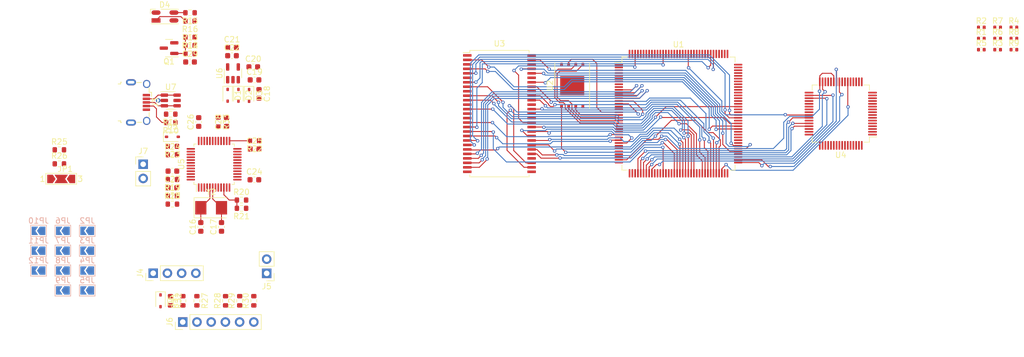
<source format=kicad_pcb>
(kicad_pcb (version 20221018) (generator pcbnew)
  (layers (0 "F.Cu" signal) (1 "In1.Cu" signal) (2 "In2.Cu" signal) (31 "B.Cu" signal) (34 "B.Paste" user) (35 "F.Paste" user) (36 "B.SilkS" user "B.Silkscreen") (37 "F.SilkS" user "F.Silkscreen") (38 "B.Mask" user) (39 "F.Mask" user) (44 "Edge.Cuts" user))
  (net 0 "")
  (net 1 "Net-(D1-K)")
  (net 2 "GND")
  (net 3 "Net-(U6-BYP)")
  (net 4 "Net-(U5-NRST)")
  (net 5 "Net-(JP12-B)")
  (net 6 "+5V0")
  (net 7 "+3V3")
  (net 8 "Net-(Q1-B)")
  (net 9 "Net-(Q1-E)")
  (net 10 "Net-(U4-TXD3{slash}EN_REF_CLKO)")
  (net 11 "Net-(U4-~{PWRDN})")
  (net 12 "Net-(U4-ISET)")
  (net 13 "Net-(U4-LED1_1)")
  (net 14 "Net-(U4-LED1_0)")
  (net 15 "Net-(U4-FXSD1)")
  (net 16 "Net-(U4-FXSD2)")
  (net 17 "Net-(U4-LED2_0)")
  (net 18 "Net-(U4-LED2_1)")
  (net 19 "/MCU/QSPI_BK1_IO2")
  (net 28 "/MCU/FMC_A0")
  (net 29 "/MCU/FMC_A1")
  (net 30 "/MCU/FMC_A2")
  (net 31 "/MCU/FMC_A3")
  (net 32 "/MCU/FMC_A4")
  (net 33 "/MCU/FMC_A5")
  (net 35 "/MCU/QSPI_BK1_IO3")
  (net 36 "/MCU/QSPI_BK1_IO0")
  (net 37 "/MCU/QSPI_BK1_IO1")
  (net 38 "/MCU/QSPI_BK1_CLK")
  (net 39 "/MCU/RCC_OSC_IN")
  (net 40 "/MCU/RCC_OSC_OUT")
  (net 41 "Net-(D5-K)")
  (net 42 "/MCU/FMC_SDNWE")
  (net 44 "/MCU/FMC_SDNE0")
  (net 45 "/MCU/FMC_SDCKE0")
  (net 56 "/MCU/FMC_SDNRAS")
  (net 57 "/MCU/FMC_A6")
  (net 59 "/MCU/FMC_A7")
  (net 60 "/MCU/FMC_A8")
  (net 61 "/MCU/FMC_A9")
  (net 62 "/MCU/FMC_A10")
  (net 63 "/MCU/FMC_A11")
  (net 64 "/MCU/FMC_D4")
  (net 65 "/MCU/FMC_D5")
  (net 66 "/MCU/FMC_D6")
  (net 68 "/MCU/FMC_D7")
  (net 69 "/MCU/FMC_D8")
  (net 70 "/MCU/FMC_D9")
  (net 71 "/MCU/FMC_D10")
  (net 72 "/MCU/FMC_D11")
  (net 73 "/MCU/FMC_D12")
  (net 74 "/MCU/QSPI_BK1_NCS")
  (net 79 "/MCU/FMC_D13")
  (net 80 "/MCU/FMC_D14")
  (net 81 "/MCU/FMC_D15")
  (net 86 "/MCU/FMC_D1")
  (net 87 "/MCU/FMC_A12")
  (net 89 "/MCU/FMC_BA0")
  (net 90 "/MCU/FMC_BA1")
  (net 93 "/MCU/FMC_SDCLK")
  (net 102 "+5V")
  (net 105 "Net-(D6-K)")
  (net 107 "/MCU/FMC_D2")
  (net 108 "/MCU/FMC_D3")
  (net 121 "/MCU/FMC_SDNCAS")
  (net 122 "Net-(D6-A)")
  (net 130 "/MCU/FMC_NBL0")
  (net 131 "/MCU/FMC_NBL1")
  (net 134 "/MCU/FMC_D0")
  (net 135 "Net-(J1-LEDG_C)")
  (net 136 "Net-(J1-LEDY_C)")
  (net 137 "Net-(J2-LEDG_C)")
  (net 138 "Net-(J2-LEDY_C)")
  (net 145 "Net-(J1-TD+)")
  (net 146 "Net-(J1-TD-)")
  (net 147 "Net-(J1-RD+)")
  (net 148 "Net-(J1-RD-)")
  (net 149 "Net-(J2-TD+)")
  (net 150 "Net-(J2-TD-)")
  (net 151 "Net-(J2-RD+)")
  (net 152 "Net-(J2-RD-)")
  (net 153 "Net-(C10-Pad1)")
  (net 155 "Net-(U4-AVDDL)")
  (net 156 "Net-(U4-XI)")
  (net 157 "Net-(U4-XO)")
  (net 158 "/Ethernet/ETH_TX_EN")
  (net 160 "/Ethernet/ETH_TXD1")
  (net 161 "/Ethernet/ETH_TXD0")
  (net 162 "/Ethernet/ETH_REF_CLK")
  (net 164 "/Ethernet/ETH_RX_EN")
  (net 166 "/Ethernet/ETH_RXD1")
  (net 167 "/Ethernet/ETH_RXD0")
  (net 171 "/Ethernet/ETH_SPI_MOSI")
  (net 172 "/Ethernet/ETH_SPI_NSS")
  (net 174 "/Ethernet/ETH_SPI_SCK")
  (net 175 "/Ethernet/ETH_SPI_MISO")
  (net 185 "/Ethernet/ETH_RST")
  (net 186 "Net-(J3-ID)")
  (net 187 "Net-(J4-Pin_1)")
  (net 188 "Net-(J4-Pin_2)")
  (net 190 "Net-(U5-PD0)")
  (net 191 "Net-(U5-PD1)")
  (net 192 "Net-(J4-Pin_3)")
  (net 193 "Net-(J4-Pin_4)")
  (net 194 "/ST-Link/AIN1")
  (net 196 "/ST-Link/STLNK_TX")
  (net 197 "/ST-Link/STLNK_RX")
  (net 199 "/ST-Link/T_JTCK")
  (net 200 "/ST-Link/T_JTDO")
  (net 201 "/ST-Link/T_JTDI")
  (net 202 "/ST-Link/T_NRST")
  (net 206 "Net-(J6-Pin_2)")
  (net 207 "/ST-Link/T_SWDIO_IN")
  (net 208 "/ST-Link/T_JTMS")
  (net 209 "/ST-Link/PWR_EN")
  (net 210 "Net-(J6-Pin_4)")
  (net 211 "/ST-Link/LED_STLINK")
  (net 212 "/ST-Link/T_SWO")
  (net 213 "/ST-Link/STLINK_USB_DM")
  (net 214 "/ST-Link/STLINK_USB_DP")
  (net 215 "/ST-Link/STM_JTMS")
  (net 216 "Net-(J6-Pin_5)")
  (net 217 "/ST-Link/STM_JTCK")
  (net 218 "/ST-Link/USB_RENUMn")
  (net 219 "/ST-Link/PWR_EXT")
  (net 224 "Net-(J6-Pin_6)")
  (net 227 "Net-(JP1-A)")
  (net 228 "Net-(JP1-C)")
  (net 229 "Net-(JP1-B)")
  (net 230 "/MCU/TMS")
  (net 231 "/MCU/TCK")
  (net 232 "/MCU/NRST")
  (net 233 "/MCU/SWO")
  (net 234 "/MCU/MCO")
  (net 235 "Net-(D4-K2)")
  (net 236 "Net-(D4-A1)")
  (net 237 "Net-(U5-PC14)")
  (net 238 "Net-(U5-PC13)")
  (footprint "Diode_SMD:D_SOD-323" (layer "F.Cu") (at 98.35 78.725 -90)
    (fp_text reference "D2")
    (fp_text value "BAT60A")
  )
  (footprint "Resistor_SMD:R_0603_1608Metric" (layer "F.Cu") (at 94.75 83.5 -90)
    (fp_text reference "R33")
    (fp_text value "100")
  )
  (footprint "Package_SON:WSON-8-1EP_8x6mm_P1.27mm_EP3.4x4.3mm" (layer "F.Cu") (at 158 77 90)
    (fp_text reference "U2")
    (fp_text value "MX25L25635F")
  )
  (footprint "Resistor_SMD:R_0603_1608Metric" (layer "F.Cu") (at 98.575 115.45 90)
    (fp_text reference "R29")
    (fp_text value "22")
  )
  (footprint "Resistor_SMD:R_0402_1005Metric" (layer "F.Cu") (at 236.94 66.59)
    (fp_text reference "R4")
    (fp_text value "4.7K")
  )
  (footprint "Resistor_SMD:R_0603_1608Metric" (layer "F.Cu") (at 101.1 115.45 90)
    (fp_text reference "R30")
    (fp_text value "22")
  )
  (footprint "Package_TO_SOT_SMD:SOT-23-6" (layer "F.Cu") (at 86.25 79.65)
    (fp_text reference "U7")
    (fp_text value "USBLC6-2SC6")
  )
  (footprint "Footpint:LED_Kingbright_KPBD-3224" (layer "F.Cu") (at 85.225 64.65)
    (fp_text reference "D4")
    (fp_text value "LED_Dual_AAKK")
  )
  (footprint "Resistor_SMD:R_0603_1608Metric" (layer "F.Cu") (at 66.35 88.465)
    (fp_text reference "R25")
    (fp_text value "100K")
  )
  (footprint "Resistor_SMD:R_0603_1608Metric" (layer "F.Cu") (at 86.55 89.35)
    (fp_text reference "R24")
    (fp_text value "4K7")
  )
  (footprint "Capacitor_SMD:C_0603_1608Metric" (layer "F.Cu") (at 91.625 102.25 90)
    (fp_text reference "C16")
    (fp_text value "10p")
  )
  (footprint "Capacitor_SMD:C_0603_1608Metric" (layer "F.Cu") (at 89.7 72.775)
    (fp_text reference "C29")
    (fp_text value "0.1u")
  )
  (footprint "Resistor_SMD:R_0402_1005Metric" (layer "F.Cu") (at 234.03 66.59)
    (fp_text reference "R7")
    (fp_text value "510")
  )
  (footprint "Capacitor_SMD:C_0603_1608Metric" (layer "F.Cu") (at 101 73.65)
    (fp_text reference "C20")
    (fp_text value "10n")
  )
  (footprint "Capacitor_SMD:C_0603_1608Metric" (layer "F.Cu") (at 97.2 71.65)
    (fp_text reference "C22")
    (fp_text value "0.1u")
  )
  (footprint "Diode_SMD:D_SOD-323" (layer "F.Cu") (at 96.425 78.725 -90)
    (fp_text reference "D1")
    (fp_text value "BAT60A")
  )
  (footprint "Connector_PinHeader_2.54mm:PinHeader_1x06_P2.54mm_Vertical" (layer "F.Cu") (at 88.4 119.25 90)
    (fp_text reference "J6")
    (fp_text value "Conn_01x06_Pin")
  )
  (footprint "Resistor_SMD:R_0603_1608Metric" (layer "F.Cu") (at 89.7 68.35 180)
    (fp_text reference "R12")
    (fp_text value "10K")
  )
  (footprint "Capacitor_SMD:C_0603_1608Metric" (layer "F.Cu") (at 102.025 78.475 -90)
    (fp_text reference "C18")
    (fp_text value "1u")
  )
  (footprint "Resistor_SMD:R_0603_1608Metric" (layer "F.Cu") (at 66.35 90.975)
    (fp_text reference "R26")
    (fp_text value "100K")
  )
  (footprint "Resistor_SMD:R_0603_1608Metric" (layer "F.Cu") (at 101.225 86.85 180)
    (fp_text reference "R22")
    (fp_text value "100")
  )
  (footprint "Crystal:Crystal_SMD_5032-2Pin_5.0x3.2mm" (layer "F.Cu") (at 93.475 98.825)
    (fp_text reference "Y2")
    (fp_text value "8 MHz")
  )
  (footprint "Resistor_SMD:R_0402_1005Metric" (layer "F.Cu") (at 231.12 68.58)
    (fp_text reference "R1")
    (fp_text value "4.7K")
  )
  (footprint "Capacitor_SMD:C_0603_1608Metric" (layer "F.Cu") (at 86.55 95.25 180)
    (fp_text reference "C23")
    (fp_text value "0.1u")
  )
  (footprint "Resistor_SMD:R_0402_1005Metric" (layer "F.Cu") (at 236.94 68.58)
    (fp_text reference "R8")
    (fp_text value "510")
  )
  (footprint "Capacitor_SMD:C_0603_1608Metric" (layer "F.Cu") (at 97.2 70.175)
    (fp_text reference "C21")
    (fp_text value "1u")
  )
  (footprint "Capacitor_SMD:C_0603_1608Metric" (layer "F.Cu") (at 101.2 93.825)
    (fp_text reference "C24")
    (fp_text value "0.1u")
  )
  (footprint "Footpint:USB_Micro-B_CUZD188-CB1Z" (layer "F.Cu") (at 80 80 -90)
    (fp_text reference "J3")
    (fp_text value "USB_B_Micro")
  )
  (footprint "Resistor_SMD:R_0402_1005Metric" (layer "F.Cu") (at 234.03 70.57)
    (fp_text reference "R3")
    (fp_text value "4.7K")
  )
  (footprint "Resistor_SMD:R_0603_1608Metric" (layer "F.Cu") (at 89.7 65.475 180)
    (fp_text reference "R16")
    (fp_text value "100")
  )
  (footprint "Capacitor_SMD:C_0603_1608Metric" (layer "F.Cu") (at 96.225 83.5 90)
    (fp_text reference "C28")
    (fp_text value "10p")
  )
  (footprint "Resistor_SMD:R_0603_1608Metric" (layer "F.Cu") (at 86.55 98.175)
    (fp_text reference "R18")
    (fp_text value "10K")
  )
  (footprint "Resistor_SMD:R_0603_1608Metric" (layer "F.Cu") (at 98.9 98.925 180)
    (fp_text reference "R21")
    (fp_text value "4K7")
  )
  (footprint "Diode_SMD:D_SOD-323" (layer "F.Cu") (at 84.425 115.45 -90)
    (fp_text reference "D6")
    (fp_text value "BAT60A")
  )
  (footprint "Capacitor_SMD:C_0603_1608Metric" (layer "F.Cu") (at 86.55 92.275 180)
    (fp_text reference "C27")
    (fp_text value "0.1u")
  )
  (footprint "Connector_PinHeader_2.54mm:PinHeader_1x02_P2.54mm_Vertical" (layer "F.Cu") (at 103.4 110.55 180)
    (fp_text reference "J5")
    (fp_text value "Conn_01x02_Pin")
  )
  (footprint "Jumper:SolderJumper-3_P2.0mm_Open_TrianglePad1.0x1.5mm_NumberLabels" (layer "F.Cu") (at 66.675 93.675)
    (fp_text reference "JP1")
    (fp_text value "SolderJumper_3_Open")
  )
  (footprint "Resistor_SMD:R_0603_1608Metric" (layer "F.Cu") (at 86.25 83.6 180)
    (fp_text reference "R10")
    (fp_text value "100K")
  )
  (footprint "Resistor_SMD:R_0603_1608Metric" (layer "F.Cu") (at 86.55 87.85 180)
    (fp_text reference "R23")
    (fp_text value "4K7")
  )
  (footprint "Resistor_SMD:R_0402_1005Metric" (layer "F.Cu") (at 234.03 68.58)
    (fp_text reference "R6")
    (fp_text value "510")
  )
  (footprint "Connector_PinHeader_2.54mm:PinHeader_1x02_P2.54mm_Vertical" (layer "F.Cu") (at 81.325 91.05)
    (fp_text reference "J7")
    (fp_text value "Conn_01x02_Pin")
  )
  (footprint "Capacitor_SMD:C_0603_1608Metric" (layer "F.Cu") (at 95.325 102.25 90)
    (fp_text reference "C17")
    (fp_text value "10p")
  )
  (footprint "Resistor_SMD:R_0603_1608Metric" (layer "F.Cu") (at 89.7 69.815)
    (fp_text reference "R13")
    (fp_text value "36K")
  )
  (footprint "Capacitor_SMD:C_0603_1608Metric" (layer "F.Cu") (at 101.225 88.325)
    (fp_text reference "C25")
    (fp_text value "0.1u")
  )
  (footprint "Package_TO_SOT_SMD:SOT-23-5" (layer "F.Cu") (at 97.375 74.8 90)
    (fp_text reference "U6")
    (fp_text value "LD3985M33R_SOT23")
  )
  (footprint "Resistor_SMD:R_0603_1608Metric" (layer "F.Cu") (at 90.925 115.45 -90)
    (fp_text reference "R27")
    (fp_text value "22")
  )
  (footprint "Resistor_SMD:R_0402_1005Metric" (layer "F.Cu") (at 231.12 66.59)
    (fp_text reference "R2")
    (fp_text value "4.7K")
  )
  (footprint "Package_SO:TSOP-II-54_22.2x10.16mm_P0.8mm" (layer "F.Cu") (at 145 82)
    (fp_text reference "U3")
    (fp_text value "MT48LC16M16A2P")
  )
  (footprint "Resistor_SMD:R_0603_1608Metric" (layer "F.Cu") (at 88.425 115.45 90)
    (fp_text reference "R31")
    (fp_text value "10K")
  )
  (footprint "Package_TO_SOT_SMD:SOT-23" (layer "F.Cu") (at 85.95 70.3 180)
    (fp_text reference "Q1")
    (fp_text value "BC848")
  )
  (footprint "Connector_PinHeader_2.54mm:PinHeader_1x04_P2.54mm_Vertical" (layer "F.Cu") (at 83.12 110.525 90)
    (fp_text reference "J4")
    (fp_text value "Conn_01x04_Pin")
  )
  (footprint "Capacitor_SMD:C_0603_1608Metric" (layer "F.Cu") (at 101.225 75.975)
    (fp_text reference "C19")
    (fp_text value "0.1u")
  )
  (footprint "Resistor_SMD:R_0603_1608Metric" (layer "F.Cu") (at 96.05 115.45 90)
    (fp_text reference "R28")
    (fp_text value "22")
  )
  (footprint "Resistor_SMD:R_0603_1608Metric" (layer "F.Cu") (at 86.25 82.1 180)
    (fp_text reference "R11")
    (fp_text value "1.5K")
  )
  (footprint "Resistor_SMD:R_0603_1608Metric" (layer "F.Cu") (at 98.9 97.45)
    (fp_text reference "R20")
    (fp_text value "4K7")
  )
  (footprint "Diode_SMD:D_SOD-323" (layer "F.Cu") (at 86.55 86.15)
    (fp_text reference "D5")
    (fp_text value "BAT60A")
  )
  (footprint "Package_QFP:LQFP-48_7x7mm_P0.5mm" (layer "F.Cu") (at 94 91.05 90)
    (fp_text reference "U5")
    (fp_text value "STM32F103CBTx")
  )
  (footprint "Resistor_SMD:R_0603_1608Metric" (layer "F.Cu") (at 86.55 93.775 180)
    (fp_text reference "R19")
    (fp_text value "10K")
  )
  (footprint "Diode_SMD:D_SOD-323" (layer "F.Cu") (at 100.25 78.75 -90)
    (fp_text reference "D3")
    (fp_text value "BAT60A")
  )
  (footprint "Capacitor_SMD:C_0603_1608Metric" (layer "F.Cu") (at 91.25 83.5 90)
    (fp_text reference "C26")
    (fp_text value "0.1u")
  )
  (footprint "Resistor_SMD:R_0402_1005Metric" (layer "F.Cu") (at 236.94 70.57)
    (fp_text reference "R9")
    (fp_text value "510")
  )
  (footprint "Package_QFP:LQFP-144_20x20mm_P0.5mm" (layer "F.Cu") (at 177 82)
    (fp_text reference "U1")
    (fp_text value "STM32F767ZITx")
  )
  (footprint "Resistor_SMD:R_0603_1608Metric" (layer "F.Cu") (at 89.7 71.3)
    (fp_text reference "R14")
    (fp_text value "100")
  )
  (footprint "Resistor_SMD:R_0402_1005Metric" (layer "F.Cu") (at 231.12 70.57)
    (fp_text reference "R5")
    (fp_text value "6.49K")
  )
  (footprint "Resistor_SMD:R_0603_1608Metric" (layer "F.Cu") (at 89.7 63.975 180)
    (fp_text reference "R15")
    (fp_text value "100")
  )
  (footprint "Resistor_SMD:R_0603_1608Metric" (layer "F.Cu") (at 86.2 115.45 -90)
    (fp_text reference "R32")
    (fp_text value "100")
  )
  (footprint "Package_QFP:LQFP-64_10x10mm_P0.5mm" (layer "F.Cu") (at 206 82 180)
    (fp_text reference "U4")
    (fp_text value "KSZ8463FRL")
  )
  (footprint "Resistor_SMD:R_0603_1608Metric" (layer "F.Cu") (at 86.55 96.715)
    (fp_text reference "R17")
    (fp_text value "10K")
  )
  (footprint "Jumper:SolderJumper-2_P1.3mm_Open_TrianglePad1.0x1.5mm" (layer "B.Cu") (at 62.625 106.5 180)
    (fp_text reference "JP11")
    (fp_text value "Jumper_2_Bridged")
  )
  (footprint "Jumper:SolderJumper-2_P1.3mm_Open_TrianglePad1.0x1.5mm" (layer "B.Cu") (at 66.975 110.05 180)
    (fp_text reference "JP8")
    (fp_text value "Jumper_2_Open")
  )
  (footprint "Jumper:SolderJumper-2_P1.3mm_Open_TrianglePad1.0x1.5mm" (layer "B.Cu") (at 62.625 110.05 180)
    (fp_text reference "JP12")
    (fp_text value "Jumper_2_Bridged")
  )
  (footprint "Jumper:SolderJumper-2_P1.3mm_Open_TrianglePad1.0x1.5mm" (layer "B.Cu") (at 66.975 113.6 180)
    (fp_text reference "JP9")
    (fp_text value "Jumper_2_Open")
  )
  (footprint "Jumper:SolderJumper-2_P1.3mm_Open_TrianglePad1.0x1.5mm" (layer "B.Cu") (at 71.325 110.05 180)
    (fp_text reference "JP4")
    (fp_text value "Jumper_2_Bridged")
  )
  (footprint "Jumper:SolderJumper-2_P1.3mm_Open_TrianglePad1.0x1.5mm" (layer "B.Cu") (at 66.975 102.95 180)
    (fp_text reference "JP6")
    (fp_text value "Jumper_2_Bridged")
  )
  (footprint "Jumper:SolderJumper-2_P1.3mm_Open_TrianglePad1.0x1.5mm" (layer "B.Cu") (at 71.325 106.5 180)
    (fp_text reference "JP3")
    (fp_text value "Jumper_2_Open")
  )
  (footprint "Jumper:SolderJumper-2_P1.3mm_Open_TrianglePad1.0x1.5mm" (layer "B.Cu") (at 71.325 102.95 180)
    (fp_text reference "JP2")
    (fp_text value "Jumper_2_Bridged")
  )
  (footprint "Jumper:SolderJumper-2_P1.3mm_Open_TrianglePad1.0x1.5mm" (layer "B.Cu") (at 62.625 102.95 180)
    (fp_text reference "JP10")
    (fp_text value "Jumper_2_Bridged")
  )
  (footprint "Jumper:SolderJumper-2_P1.3mm_Open_TrianglePad1.0x1.5mm" (layer "B.Cu") (at 66.975 106.5 180)
    (fp_text reference "JP7")
    (fp_text value "Jumper_2_Open")
  )
  (footprint "Jumper:SolderJumper-2_P1.3mm_Open_TrianglePad1.0x1.5mm" (layer "B.Cu") (at 71.325 113.6 180)
    (fp_text reference "JP5")
    (fp_text value "Jumper_2_Bridged")
  )
  (segment (start 85.1125 79.65) (end 84 79.65) (width 0.17) (layer "F.Cu") (net 2))
  (via (at 84 79.65) (size 0.8) (drill 0.4) (layers "F.Cu" "B.Cu") (net 2))
  (segment (start 88.875 69.815) (end 88.875 68.35) (width 0.17) (layer "F.Cu") (net 8))
  (segment (start 88.825 71.25) (end 88.875 71.3) (width 0.17) (layer "F.Cu") (net 8))
  (segment (start 86.8875 71.25) (end 88.825 71.25) (width 0.17) (layer "F.Cu") (net 8))
  (segment (start 88.875 71.3) (end 88.875 69.815) (width 0.17) (layer "F.Cu") (net 8))
  (segment (start 158.635 81.36522) (end 158.635 80.75) (width 0.17) (layer "F.Cu") (net 19))
  (segment (start 159.51978 82.25) (end 158.635 81.36522) (width 0.17) (layer "F.Cu") (net 19))
  (segment (start 166.3375 82.25) (end 159.51978 82.25) (width 0.17) (layer "F.Cu") (net 19))
  (segment (start 139.25 89.2) (end 140.935 89.2) (width 0.17) (layer "F.Cu") (net 28))
  (segment (start 168.75 77.75) (end 169.5 77) (width 0.17) (layer "F.Cu") (net 28))
  (segment (start 140.935 89.2) (end 141.05 89.085) (width 0.17) (layer "F.Cu") (net 28))
  (segment (start 166.3375 77.75) (end 168.75 77.75) (width 0.17) (layer "F.Cu") (net 28))
  (via (at 169.5 77) (size 0.6) (drill 0.3) (layers "F.Cu" "B.Cu") (net 28))
  (via (at 141.05 89.085) (size 0.6) (drill 0.3) (layers "F.Cu" "B.Cu") (net 28))
  (segment (start 141.785 80.01791) (end 143.70291 78.1) (width 0.17) (layer "B.Cu") (net 28))
  (segment (start 143.70291 78.1) (end 168.4 78.1) (width 0.17) (layer "B.Cu") (net 28))
  (segment (start 168.4 78.1) (end 169.5 77) (width 0.17) (layer "B.Cu") (net 28))
  (segment (start 141.05 89.085) (end 141.785 88.35) (width 0.17) (layer "B.Cu") (net 28))
  (segment (start 141.785 88.35) (end 141.785 80.01791) (width 0.17) (layer "B.Cu") (net 28))
  (segment (start 141.219417 90) (end 141.753492 89.465925) (width 0.17) (layer "F.Cu") (net 29))
  (segment (start 166.3375 78.25) (end 169.227935 78.25) (width 0.17) (layer "F.Cu") (net 29))
  (segment (start 169.227935 78.25) (end 170.466764 77.011171) (width 0.17) (layer "F.Cu") (net 29))
  (segment (start 139.25 90) (end 141.219417 90) (width 0.17) (layer "F.Cu") (net 29))
  (via (at 141.753492 89.465925) (size 0.6) (drill 0.3) (layers "F.Cu" "B.Cu") (net 29))
  (via (at 170.466764 77.011171) (size 0.6) (drill 0.3) (layers "F.Cu" "B.Cu") (net 29))
  (segment (start 168.977935 78.5) (end 170.466764 77.011171) (width 0.17) (layer "B.Cu") (net 29))
  (segment (start 143.82617 78.5) (end 168.977935 78.5) (width 0.17) (layer "B.Cu") (net 29))
  (segment (start 141.753492 89.465925) (end 142.155 89.064417) (width 0.17) (layer "B.Cu") (net 29))
  (segment (start 142.155 80.17117) (end 143.82617 78.5) (width 0.17) (layer "B.Cu") (net 29))
  (segment (start 142.155 89.064417) (end 142.155 80.17117) (width 0.17) (layer "B.Cu") (net 29))
  (segment (start 169.65 78.75) (end 170.5 77.9) (width 0.17) (layer "F.Cu") (net 30))
  (segment (start 141.372844 90.8) (end 141.925662 90.247182) (width 0.17) (layer "F.Cu") (net 30))
  (segment (start 139.25 90.8) (end 141.372844 90.8) (width 0.17) (layer "F.Cu") (net 30))
  (segment (start 166.3375 78.75) (end 169.65 78.75) (width 0.17) (layer "F.Cu") (net 30))
  (via (at 170.5 77.9) (size 0.6) (drill 0.3) (layers "F.Cu" "B.Cu") (net 30))
  (via (at 141.925662 90.247182) (size 0.6) (drill 0.3) (layers "F.Cu" "B.Cu") (net 30))
  (segment (start 169.5 78.9) (end 170.5 77.9) (width 0.17) (layer "B.Cu") (net 30))
  (segment (start 141.925662 90.247182) (end 141.925662 90.12107) (width 0.17) (layer "B.Cu") (net 30))
  (segment (start 141.925662 90.12107) (end 142.524999 89.521733) (width 0.17) (layer "B.Cu") (net 30))
  (segment (start 142.524999 80.324431) (end 143.94943 78.9) (width 0.17) (layer "B.Cu") (net 30))
  (segment (start 142.524999 89.521733) (end 142.524999 80.324431) (width 0.17) (layer "B.Cu") (net 30))
  (segment (start 143.94943 78.9) (end 169.5 78.9) (width 0.17) (layer "B.Cu") (net 30))
  (segment (start 170.05 79.25) (end 171.4 77.9) (width 0.17) (layer "F.Cu") (net 31))
  (segment (start 141.400159 91.6) (end 142.8 90.200159) (width 0.17) (layer "F.Cu") (net 31))
  (segment (start 166.3375 79.25) (end 170.05 79.25) (width 0.17) (layer "F.Cu") (net 31))
  (segment (start 139.25 91.6) (end 141.400159 91.6) (width 0.17) (layer "F.Cu") (net 31))
  (segment (start 142.8 90.200159) (end 142.8 90.1) (width 0.17) (layer "F.Cu") (net 31))
  (via (at 171.4 77.9) (size 0.6) (drill 0.3) (layers "F.Cu" "B.Cu") (net 31))
  (via (at 142.8 90.1) (size 0.6) (drill 0.3) (layers "F.Cu" "B.Cu") (net 31))
  (segment (start 170 79.3) (end 171.4 77.9) (width 0.17) (layer "B.Cu") (net 31))
  (segment (start 142.894999 80.477691) (end 144.07269 79.3) (width 0.17) (layer "B.Cu") (net 31))
  (segment (start 142.894999 90.005001) (end 142.894999 80.477691) (width 0.17) (layer "B.Cu") (net 31))
  (segment (start 144.07269 79.3) (end 170 79.3) (width 0.17) (layer "B.Cu") (net 31))
  (segment (start 142.8 90.1) (end 142.894999 90.005001) (width 0.17) (layer "B.Cu") (net 31))
  (segment (start 170.599553 81.399553) (end 170.599553 82.103336) (width 0.17) (layer "F.Cu") (net 32))
  (segment (start 146.35424 88.55424) (end 146.35424 81.992393) (width 0.17) (layer "F.Cu") (net 32))
  (segment (start 146.35424 81.992393) (end 146.960236 81.386397) (width 0.17) (layer "F.Cu") (net 32))
  (segment (start 166.3375 79.75) (end 168.95 79.75) (width 0.17) (layer "F.Cu") (net 32))
  (segment (start 149.4 91.6) (end 146.35424 88.55424) (width 0.17) (layer "F.Cu") (net 32))
  (segment (start 168.95 79.75) (end 170.599553 81.399553) (width 0.17) (layer "F.Cu") (net 32))
  (segment (start 150.75 91.6) (end 149.4 91.6) (width 0.17) (layer "F.Cu") (net 32))
  (via (at 170.599553 82.103336) (size 0.6) (drill 0.3) (layers "F.Cu" "B.Cu") (net 32))
  (via (at 146.960236 81.386397) (size 0.6) (drill 0.3) (layers "F.Cu" "B.Cu") (net 32))
  (segment (start 166.431302 82.661524) (end 170.041365 82.661524) (width 0.17) (layer "B.Cu") (net 32))
  (segment (start 165.929778 82.16) (end 166.431302 82.661524) (width 0.17) (layer "B.Cu") (net 32))
  (segment (start 146.960236 81.386397) (end 147.733839 82.16) (width 0.17) (layer "B.Cu") (net 32))
  (segment (start 147.733839 82.16) (end 165.929778 82.16) (width 0.17) (layer "B.Cu") (net 32))
  (segment (start 170.041365 82.661524) (end 170.599553 82.103336) (width 0.17) (layer "B.Cu") (net 32))
  (segment (start 166.3375 80.25) (end 168.05 80.25) (width 0.17) (layer "F.Cu") (net 33))
  (segment (start 149.745 90.8) (end 147.545236 88.600236) (width 0.17) (layer "F.Cu") (net 33))
  (segment (start 168.05 80.25) (end 169.8 82) (width 0.17) (layer "F.Cu") (net 33))
  (segment (start 150.75 90.8) (end 149.745 90.8) (width 0.17) (layer "F.Cu") (net 33))
  (segment (start 147.545236 81.144082) (end 147.007883 80.606729) (width 0.17) (layer "F.Cu") (net 33))
  (segment (start 147.007883 80.606729) (end 146.781009 80.606729) (width 0.17) (layer "F.Cu") (net 33))
  (segment (start 169.8 82) (end 169.8 82.076524) (width 0.17) (layer "F.Cu") (net 33))
  (segment (start 147.545236 88.600236) (end 147.545236 81.144082) (width 0.17) (layer "F.Cu") (net 33))
  (via (at 169.8 82.076524) (size 0.6) (drill 0.3) (layers "F.Cu" "B.Cu") (net 33))
  (via (at 146.781009 80.606729) (size 0.6) (drill 0.3) (layers "F.Cu" "B.Cu") (net 33))
  (segment (start 148.121156 81.720002) (end 169.443478 81.720002) (width 0.17) (layer "B.Cu") (net 33))
  (segment (start 169.443478 81.720002) (end 169.8 82.076524) (width 0.17) (layer "B.Cu") (net 33))
  (segment (start 146.781009 80.606729) (end 147.007883 80.606729) (width 0.17) (layer "B.Cu") (net 33))
  (segment (start 147.007883 80.606729) (end 148.121156 81.720002) (width 0.17) (layer "B.Cu") (net 33))
  (segment (start 157.85 72.3) (end 157.365 72.785) (width 0.17) (layer "F.Cu") (net 35))
  (segment (start 166.3375 81.75) (end 163.25 81.75) (width 0.17) (layer "F.Cu") (net 35))
  (segment (start 162.4 80.9) (end 162.4 73.05) (width 0.17) (layer "F.Cu") (net 35))
  (segment (start 161.65 72.3) (end 157.85 72.3) (width 0.17) (layer "F.Cu") (net 35))
  (segment (start 157.365 72.785) (end 157.365 73.25) (width 0.17) (layer "F.Cu") (net 35))
  (segment (start 163.25 81.75) (end 162.4 80.9) (width 0.17) (layer "F.Cu") (net 35))
  (segment (start 162.4 73.05) (end 161.65 72.3) (width 0.17) (layer "F.Cu") (net 35))
  (segment (start 155.3 79.05) (end 155.3 74.9) (width 0.17) (layer "F.Cu") (net 36))
  (segment (start 155.78 74.42) (end 158.735 74.42) (width 0.17) (layer "F.Cu") (net 36))
  (segment (start 157.95 81.20348) (end 157.95 80.3) (width 0.17) (layer "F.Cu") (net 36))
  (segment (start 157.95 80.3) (end 157.33 79.68) (width 0.17) (layer "F.Cu") (net 36))
  (segment (start 155.3 74.9) (end 155.78 74.42) (width 0.17) (layer "F.Cu") (net 36))
  (segment (start 158.735 74.42) (end 159.905 73.25) (width 0.17) (layer "F.Cu") (net 36))
  (segment (start 166.3375 82.75) (end 159.49652 82.75) (width 0.17) (layer "F.Cu") (net 36))
  (segment (start 159.49652 82.75) (end 157.95 81.20348) (width 0.17) (layer "F.Cu") (net 36))
  (segment (start 157.33 79.68) (end 155.93 79.68) (width 0.17) (layer "F.Cu") (net 36))
  (segment (start 155.93 79.68) (end 155.3 79.05) (width 0.17) (layer "F.Cu") (net 36))
  (segment (start 159.47326 83.25) (end 157.365 81.14174) (width 0.17) (layer "F.Cu") (net 37))
  (segment (start 157.365 81.14174) (end 157.365 80.75) (width 0.17) (layer "F.Cu") (net 37))
  (segment (start 166.3375 83.25) (end 159.47326 83.25) (width 0.17) (layer "F.Cu") (net 37))
  (segment (start 154.9 74.65) (end 155.5 74.05) (width 0.17) (layer "F.Cu") (net 38))
  (segment (start 166.3375 83.75) (end 159.45 83.75) (width 0.17) (layer "F.Cu") (net 38))
  (segment (start 154.9 79.17326) (end 154.9 74.65) (width 0.17) (layer "F.Cu") (net 38))
  (segment (start 157.835 74.05) (end 158.635 73.25) (width 0.17) (layer "F.Cu") (net 38))
  (segment (start 156.75 81.05) (end 156.75 80.35) (width 0.17) (layer "F.Cu") (net 38))
  (segment (start 156.75 80.35) (end 156.45 80.05) (width 0.17) (layer "F.Cu") (net 38))
  (segment (start 155.5 74.05) (end 157.835 74.05) (width 0.17) (layer "F.Cu") (net 38))
  (segment (start 155.77674 80.05) (end 154.9 79.17326) (width 0.17) (layer "F.Cu") (net 38))
  (segment (start 156.45 80.05) (end 155.77674 80.05) (width 0.17) (layer "F.Cu") (net 38))
  (segment (start 159.45 83.75) (end 156.75 81.05) (width 0.17) (layer "F.Cu") (net 38))
  (segment (start 164.805 85.75) (end 164.8 85.745) (width 0.17) (layer "F.Cu") (net 42))
  (segment (start 166.3375 85.75) (end 164.805 85.75) (width 0.17) (layer "F.Cu") (net 42))
  (segment (start 143.75 83.6) (end 139.25 83.6) (width 0.17) (layer "F.Cu") (net 42))
  (via (at 143.75 83.6) (size 0.6) (drill 0.3) (layers "F.Cu" "B.Cu") (net 42))
  (via (at 164.8 85.745) (size 0.6) (drill 0.3) (layers "F.Cu" "B.Cu") (net 42))
  (segment (start 146.265 86.115) (end 153.684539 86.115) (width 0.17) (layer "B.Cu") (net 42))
  (segment (start 164.304426 86.06) (end 164.619426 85.745) (width 0.17) (layer "B.Cu") (net 42))
  (segment (start 143.75 83.6) (end 146.265 86.115) (width 0.17) (layer "B.Cu") (net 42))
  (segment (start 164.619426 85.745) (end 164.8 85.745) (width 0.17) (layer "B.Cu") (net 42))
  (segment (start 153.684539 86.115) (end 153.739539 86.06) (width 0.17) (layer "B.Cu") (net 42))
  (segment (start 153.739539 86.06) (end 164.304426 86.06) (width 0.17) (layer "B.Cu") (net 42))
  (segment (start 144.196342 86) (end 144.485 86.288658) (width 0.17) (layer "F.Cu") (net 44))
  (segment (start 166.3375 86.75) (end 164.965 86.75) (width 0.17) (layer "F.Cu") (net 44))
  (segment (start 139.25 86) (end 144.196342 86) (width 0.17) (layer "F.Cu") (net 44))
  (segment (start 164.965 86.75) (end 164.8 86.915) (width 0.17) (layer "F.Cu") (net 44))
  (via (at 164.8 86.915) (size 0.6) (drill 0.3) (layers "F.Cu" "B.Cu") (net 44))
  (via (at 144.485 86.288658) (size 0.6) (drill 0.3) (layers "F.Cu" "B.Cu") (net 44))
  (segment (start 144.485 86.288658) (end 145.581342 87.385) (width 0.17) (layer "B.Cu") (net 44))
  (segment (start 164.745 86.97) (end 164.8 86.915) (width 0.17) (layer "B.Cu") (net 44))
  (segment (start 154.53 86.97) (end 164.745 86.97) (width 0.17) (layer "B.Cu") (net 44))
  (segment (start 154.115 87.385) (end 154.53 86.97) (width 0.17) (layer "B.Cu") (net 44))
  (segment (start 145.581342 87.385) (end 154.115 87.385) (width 0.17) (layer "B.Cu") (net 44))
  (segment (start 166.3375 87.25) (end 167.755814 87.25) (width 0.17) (layer "F.Cu") (net 45))
  (segment (start 167.755814 87.25) (end 168.649634 86.35618) (width 0.17) (layer "F.Cu") (net 45))
  (segment (start 150.75 85.2) (end 153.597292 85.2) (width 0.17) (layer "F.Cu") (net 45))
  (segment (start 153.597292 85.2) (end 153.872292 85.475) (width 0.17) (layer "F.Cu") (net 45))
  (via (at 153.872292 85.475) (size 0.6) (drill 0.3) (layers "F.Cu" "B.Cu") (net 45))
  (via (at 168.649634 86.35618) (size 0.6) (drill 0.3) (layers "F.Cu" "B.Cu") (net 45))
  (segment (start 165.042315 85.16) (end 165.343052 85.460737) (width 0.17) (layer "B.Cu") (net 45))
  (segment (start 168.073454 85.78) (end 168.649634 86.35618) (width 0.17) (layer "B.Cu") (net 45))
  (segment (start 165.343052 85.460737) (end 165.343052 85.47135) (width 0.17) (layer "B.Cu") (net 45))
  (segment (start 153.872292 85.475) (end 154.187292 85.16) (width 0.17) (layer "B.Cu") (net 45))
  (segment (start 165.651702 85.78) (end 168.073454 85.78) (width 0.17) (layer "B.Cu") (net 45))
  (segment (start 165.343052 85.47135) (end 165.651702 85.78) (width 0.17) (layer "B.Cu") (net 45))
  (segment (start 154.187292 85.16) (end 165.042315 85.16) (width 0.17) (layer "B.Cu") (net 45))
  (segment (start 174.25 92.6625) (end 174.25 88.085002) (width 0.17) (layer "F.Cu") (net 56))
  (segment (start 143.8 85.2) (end 143.9 85.3) (width 0.17) (layer "F.Cu") (net 56))
  (segment (start 174.25 88.085002) (end 174.199998 88.035) (width 0.17) (layer "F.Cu") (net 56))
  (segment (start 139.25 85.2) (end 143.8 85.2) (width 0.17) (layer "F.Cu") (net 56))
  (via (at 174.199998 88.035) (size 0.6) (drill 0.3) (layers "F.Cu" "B.Cu") (net 56))
  (via (at 143.9 85.3) (size 0.6) (drill 0.3) (layers "F.Cu" "B.Cu") (net 56))
  (segment (start 143.9 85.3) (end 143.9 88.3) (width 0.17) (layer "B.Cu") (net 56))
  (segment (start 146.240004 90.640004) (end 168.332681 90.640004) (width 0.17) (layer "B.Cu") (net 56))
  (segment (start 168.332681 90.640004) (end 170.937685 88.035) (width 0.17) (layer "B.Cu") (net 56))
  (segment (start 170.937685 88.035) (end 174.199998 88.035) (width 0.17) (layer "B.Cu") (net 56))
  (segment (start 143.9 88.3) (end 146.240004 90.640004) (width 0.17) (layer "B.Cu") (net 56))
  (segment (start 150.75 89.2) (end 151.675 89.2) (width 0.17) (layer "F.Cu") (net 59))
  (segment (start 152.443 89.968) (end 155.790724 89.968) (width 0.17) (layer "F.Cu") (net 59))
  (segment (start 176.25 92.6625) (end 176.25 89.122685) (width 0.17) (layer "F.Cu") (net 59))
  (segment (start 176.25 89.122685) (end 174.327315 87.2) (width 0.17) (layer "F.Cu") (net 59))
  (segment (start 155.790724 89.968) (end 155.830265 89.928459) (width 0.17) (layer "F.Cu") (net 59))
  (segment (start 174.327315 87.2) (end 174.1 87.2) (width 0.17) (layer "F.Cu") (net 59))
  (segment (start 151.675 89.2) (end 152.443 89.968) (width 0.17) (layer "F.Cu") (net 59))
  (via (at 155.830265 89.928459) (size 0.6) (drill 0.3) (layers "F.Cu" "B.Cu") (net 59))
  (via (at 174.1 87.2) (size 0.6) (drill 0.3) (layers "F.Cu" "B.Cu") (net 59))
  (segment (start 170.86243 87.586995) (end 173.713005 87.586995) (width 0.17) (layer "B.Cu") (net 59))
  (segment (start 173.713005 87.586995) (end 174.1 87.2) (width 0.17) (layer "B.Cu") (net 59))
  (segment (start 155.830265 89.928459) (end 168.520966 89.928459) (width 0.17) (layer "B.Cu") (net 59))
  (segment (start 168.520966 89.928459) (end 170.86243 87.586995) (width 0.17) (layer "B.Cu") (net 59))
  (segment (start 150.75 88.4) (end 151.675 88.4) (width 0.17) (layer "F.Cu") (net 60))
  (segment (start 176.75 88.45) (end 174.931227 86.631227) (width 0.17) (layer "F.Cu") (net 60))
  (segment (start 152.658 89.383) (end 155.245048 89.383) (width 0.17) (layer "F.Cu") (net 60))
  (segment (start 151.675 88.4) (end 152.658 89.383) (width 0.17) (layer "F.Cu") (net 60))
  (segment (start 176.75 92.6625) (end 176.75 88.45) (width 0.17) (layer "F.Cu") (net 60))
  (segment (start 174.931227 86.631227) (end 174.662585 86.631227) (width 0.17) (layer "F.Cu") (net 60))
  (via (at 174.662585 86.631227) (size 0.6) (drill 0.3) (layers "F.Cu" "B.Cu") (net 60))
  (via (at 155.245048 89.383) (size 0.6) (drill 0.3) (layers "F.Cu" "B.Cu") (net 60))
  (segment (start 168.42174 89.504425) (end 170.750526 87.175639) (width 0.17) (layer "B.Cu") (net 60))
  (segment (start 170.750526 87.175639) (end 173.197046 87.175639) (width 0.17) (layer "B.Cu") (net 60))
  (segment (start 173.757685 86.615) (end 174.646358 86.615) (width 0.17) (layer "B.Cu") (net 60))
  (segment (start 156.59692 89.504425) (end 168.42174 89.504425) (width 0.17) (layer "B.Cu") (net 60))
  (segment (start 155.328048 89.3) (end 156.392495 89.3) (width 0.17) (layer "B.Cu") (net 60))
  (segment (start 173.197046 87.175639) (end 173.757685 86.615) (width 0.17) (layer "B.Cu") (net 60))
  (segment (start 174.646358 86.615) (end 174.662585 86.631227) (width 0.17) (layer "B.Cu") (net 60))
  (segment (start 155.245048 89.383) (end 155.328048 89.3) (width 0.17) (layer "B.Cu") (net 60))
  (segment (start 156.392495 89.3) (end 156.59692 89.504425) (width 0.17) (layer "B.Cu") (net 60))
  (segment (start 153.769151 87.6) (end 154.854151 88.685) (width 0.17) (layer "F.Cu") (net 61))
  (segment (start 177.25 87.522684) (end 177.196156 87.46884) (width 0.17) (layer "F.Cu") (net 61))
  (segment (start 177.25 92.6625) (end 177.25 87.522684) (width 0.17) (layer "F.Cu") (net 61))
  (segment (start 150.75 87.6) (end 153.769151 87.6) (width 0.17) (layer "F.Cu") (net 61))
  (via (at 154.854151 88.685) (size 0.6) (drill 0.3) (layers "F.Cu" "B.Cu") (net 61))
  (via (at 177.196156 87.46884) (size 0.6) (drill 0.3) (layers "F.Cu" "B.Cu") (net 61))
  (segment (start 171.647901 86.432487) (end 172.280294 85.800091) (width 0.17) (layer "B.Cu") (net 61))
  (segment (start 168.550488 88.329164) (end 170.447165 86.432487) (width 0.17) (layer "B.Cu") (net 61))
  (segment (start 175.157316 85.43) (end 177.196156 87.46884) (width 0.17) (layer "B.Cu") (net 61))
  (segment (start 170.447165 86.432487) (end 171.647901 86.432487) (width 0.17) (layer "B.Cu") (net 61))
  (segment (start 154.854151 88.685) (end 155.209987 88.329164) (width 0.17) (layer "B.Cu") (net 61))
  (segment (start 172.639778 85.43) (end 175.157316 85.43) (width 0.17) (layer "B.Cu") (net 61))
  (segment (start 155.209987 88.329164) (end 168.550488 88.329164) (width 0.17) (layer "B.Cu") (net 61))
  (segment (start 172.280294 85.789484) (end 172.639778 85.43) (width 0.17) (layer "B.Cu") (net 61))
  (segment (start 172.280294 85.800091) (end 172.280294 85.789484) (width 0.17) (layer "B.Cu") (net 61))
  (segment (start 139.35 88.5) (end 144.420418 88.5) (width 0.17) (layer "F.Cu") (net 62))
  (segment (start 144.420418 88.5) (end 144.673867 88.246551) (width 0.17) (layer "F.Cu") (net 62))
  (segment (start 177.75 92.6625) (end 177.781156 92.631344) (width 0.17) (layer "F.Cu") (net 62))
  (segment (start 177.781156 87.181156) (end 177.2 86.6) (width 0.17) (layer "F.Cu") (net 62))
  (segment (start 139.25 88.4) (end 139.35 88.5) (width 0.17) (layer "F.Cu") (net 62))
  (segment (start 177.781156 92.631344) (end 177.781156 87.181156) (width 0.17) (layer "F.Cu") (net 62))
  (via (at 144.673867 88.246551) (size 0.6) (drill 0.3) (layers "F.Cu" "B.Cu") (net 62))
  (via (at 177.2 86.6) (size 0.6) (drill 0.3) (layers "F.Cu" "B.Cu") (net 62))
  (segment (start 171.494641 86.062487) (end 171.910294 85.646833) (width 0.17) (layer "B.Cu") (net 62))
  (segment (start 144.961254 87.959164) (end 168.397221 87.959164) (width 0.17) (layer "B.Cu") (net 62))
  (segment (start 172.546518 85) (end 175.6 85) (width 0.17) (layer "B.Cu") (net 62))
  (segment (start 170.293898 86.062487) (end 171.494641 86.062487) (width 0.17) (layer "B.Cu") (net 62))
  (segment (start 175.6 85) (end 177.2 86.6) (width 0.17) (layer "B.Cu") (net 62))
  (segment (start 168.397221 87.959164) (end 170.293898 86.062487) (width 0.17) (layer "B.Cu") (net 62))
  (segment (start 171.910294 85.636224) (end 172.546518 85) (width 0.17) (layer "B.Cu") (net 62))
  (segment (start 144.673867 88.246551) (end 144.961254 87.959164) (width 0.17) (layer "B.Cu") (net 62))
  (segment (start 171.910294 85.646833) (end 171.910294 85.636224) (width 0.17) (layer "B.Cu") (net 62))
  (segment (start 150.75 86.8) (end 153.826854 86.8) (width 0.17) (layer "F.Cu") (net 63))
  (segment (start 153.826854 86.8) (end 153.981854 86.645) (width 0.17) (layer "F.Cu") (net 63))
  (segment (start 178.25 86.598345) (end 177.934412 86.282757) (width 0.17) (layer "F.Cu") (net 63))
  (segment (start 178.25 92.6625) (end 178.25 86.598345) (width 0.17) (layer "F.Cu") (net 63))
  (via (at 153.981854 86.645) (size 0.6) (drill 0.3) (layers "F.Cu" "B.Cu") (net 63))
  (via (at 177.934412 86.282757) (size 0.6) (drill 0.3) (layers "F.Cu" "B.Cu") (net 63))
  (segment (start 171.540294 85.493574) (end 171.540294 85.482964) (width 0.17) (layer "B.Cu") (net 63))
  (segment (start 166.553259 86.33) (end 167.223259 87) (width 0.17) (layer "B.Cu") (net 63))
  (segment (start 171.540294 85.482964) (end 172.423258 84.6) (width 0.17) (layer "B.Cu") (net 63))
  (segment (start 154.026854 86.6) (end 164.287685 86.6) (width 0.17) (layer "B.Cu") (net 63))
  (segment (start 168.833129 87) (end 170.140642 85.692487) (width 0.17) (layer "B.Cu") (net 63))
  (segment (start 176.208619 84.6) (end 177.891376 86.282757) (width 0.17) (layer "B.Cu") (net 63))
  (segment (start 167.223259 87) (end 168.833129 87) (width 0.17) (layer "B.Cu") (net 63))
  (segment (start 153.981854 86.645) (end 154.026854 86.6) (width 0.17) (layer "B.Cu") (net 63))
  (segment (start 172.423258 84.6) (end 176.208619 84.6) (width 0.17) (layer "B.Cu") (net 63))
  (segment (start 164.557685 86.33) (end 166.553259 86.33) (width 0.17) (layer "B.Cu") (net 63))
  (segment (start 164.287685 86.6) (end 164.557685 86.33) (width 0.17) (layer "B.Cu") (net 63))
  (segment (start 171.341381 85.692487) (end 171.540294 85.493574) (width 0.17) (layer "B.Cu") (net 63))
  (segment (start 177.891376 86.282757) (end 177.934412 86.282757) (width 0.17) (layer "B.Cu") (net 63))
  (segment (start 170.140642 85.692487) (end 171.341381 85.692487) (width 0.17) (layer "B.Cu") (net 63))
  (segment (start 178.75 86.10247) (end 178.70079 86.05326) (width 0.17) (layer "F.Cu") (net 64))
  (segment (start 139.25 77.2) (end 142.877769 77.2) (width 0.17) (layer "F.Cu") (net 64))
  (segment (start 178.75 92.6625) (end 178.75 86.10247) (width 0.17) (layer "F.Cu") (net 64))
  (segment (start 145.420318 79.742549) (end 145.420318 79.859712) (width 0.17) (layer "F.Cu") (net 64))
  (segment (start 145.420318 79.859712) (end 145.541521 79.980915) (width 0.17) (layer "F.Cu") (net 64))
  (segment (start 145.541521 79.980915) (end 145.635311 79.980915) (width 0.17) (layer "F.Cu") (net 64))
  (segment (start 142.877769 77.2) (end 145.420318 79.742549) (width 0.17) (layer "F.Cu") (net 64))
  (via (at 145.635311 79.980915) (size 0.6) (drill 0.3) (layers "F.Cu" "B.Cu") (net 64))
  (via (at 178.70079 86.05326) (size 0.6) (drill 0.3) (layers "F.Cu" "B.Cu") (net 64))
  (segment (start 166.344425 83.097905) (end 170.505005 83.097905) (width 0.17) (layer "B.Cu") (net 64))
  (segment (start 145.635311 80.888788) (end 147.276523 82.53) (width 0.17) (layer "B.Cu") (net 64))
  (segment (start 176.078832 80.705) (end 178.70079 83.326958) (width 0.17) (layer "B.Cu") (net 64))
  (segment (start 170.505005 83.097905) (end 171.187736 82.415172) (width 0.17) (layer "B.Cu") (net 64))
  (segment (start 178.70079 83.326958) (end 178.70079 86.05326) (width 0.17) (layer "B.Cu") (net 64))
  (segment (start 172.437487 80.705) (end 176.078832 80.705) (width 0.17) (layer "B.Cu") (net 64))
  (segment (start 147.276523 82.53) (end 165.77652 82.53) (width 0.17) (layer "B.Cu") (net 64))
  (segment (start 171.187736 81.954746) (end 172.437487 80.705) (width 0.17) (layer "B.Cu") (net 64))
  (segment (start 145.635311 79.980915) (end 145.635311 80.888788) (width 0.17) (layer "B.Cu") (net 64))
  (segment (start 171.187736 82.415172) (end 171.187736 81.954746) (width 0.17) (layer "B.Cu") (net 64))
  (segment (start 165.77652 82.53) (end 166.344425 83.097905) (width 0.17) (layer "B.Cu") (net 64))
  (segment (start 179.28579 92.62671) (end 179.28579 85.810945) (width 0.17) (layer "F.Cu") (net 65))
  (segment (start 139.25 78.8) (end 143.650454 78.8) (width 0.17) (layer "F.Cu") (net 65))
  (segment (start 143.650454 78.8) (end 144.835318 79.984864) (width 0.17) (layer "F.Cu") (net 65))
  (segment (start 178.009698 85.46826) (end 177.99898 85.478978) (width 0.17) (layer "F.Cu") (net 65))
  (segment (start 179.25 92.6625) (end 179.28579 92.62671) (width 0.17) (layer "F.Cu") (net 65))
  (segment (start 178.943105 85.46826) (end 178.009698 85.46826) (width 0.17) (layer "F.Cu") (net 65))
  (segment (start 179.28579 85.810945) (end 178.943105 85.46826) (width 0.17) (layer "F.Cu") (net 65))
  (via (at 144.835318 79.984864) (size 0.6) (drill 0.3) (layers "F.Cu" "B.Cu") (net 65))
  (via (at 177.99898 85.478978) (size 0.6) (drill 0.3) (layers "F.Cu" "B.Cu") (net 65))
  (segment (start 144.835318 79.984864) (end 144.835318 80.612054) (width 0.17) (layer "B.Cu") (net 65))
  (segment (start 144.835318 80.612054) (end 147.123264 82.9) (width 0.17) (layer "B.Cu") (net 65))
  (segment (start 165.62326 82.9) (end 166.558248 83.834987) (width 0.17) (layer "B.Cu") (net 65))
  (segment (start 171.557736 82.568432) (end 171.557736 82.108006) (width 0.17) (layer "B.Cu") (net 65))
  (segment (start 166.558248 83.834987) (end 170.291181 83.834987) (width 0.17) (layer "B.Cu") (net 65))
  (segment (start 178.054996 83.204422) (end 178.054996 85.422962) (width 0.17) (layer "B.Cu") (net 65))
  (segment (start 170.291181 83.834987) (end 171.557736 82.568432) (width 0.17) (layer "B.Cu") (net 65))
  (segment (start 175.925575 81.075) (end 178.054996 83.204422) (width 0.17) (layer "B.Cu") (net 65))
  (segment (start 178.054996 85.422962) (end 177.99898 85.478978) (width 0.17) (layer "B.Cu") (net 65))
  (segment (start 171.557736 82.108006) (end 172.590745 81.075) (width 0.17) (layer "B.Cu") (net 65))
  (segment (start 172.590745 81.075) (end 175.925575 81.075) (width 0.17) (layer "B.Cu") (net 65))
  (segment (start 147.123264 82.9) (end 165.62326 82.9) (width 0.17) (layer "B.Cu") (net 65))
  (segment (start 178.893978 84.893978) (end 177.434408 84.893978) (width 0.17) (layer "F.Cu") (net 66))
  (segment (start 179.75 92.6625) (end 179.75 85.75) (width 0.17) (layer "F.Cu") (net 66))
  (segment (start 143.4 79.6) (end 144 80.2) (width 0.17) (layer "F.Cu") (net 66))
  (segment (start 179.75 92.6625) (end 179.79 92.6225) (width 0.17) (layer "F.Cu") (net 66))
  (segment (start 177.434408 84.893978) (end 177.38216 84.946226) (width 0.17) (layer "F.Cu") (net 66))
  (segment (start 139.25 79.6) (end 143.4 79.6) (width 0.17) (layer "F.Cu") (net 66))
  (segment (start 179.75 85.75) (end 178.893978 84.893978) (width 0.17) (layer "F.Cu") (net 66))
  (via (at 144 80.2) (size 0.6) (drill 0.3) (layers "F.Cu" "B.Cu") (net 66))
  (via (at 177.38216 84.946226) (size 0.6) (drill 0.3) (layers "F.Cu" "B.Cu") (net 66))
  (segment (start 170.444438 84.204987) (end 171.927736 82.72169) (width 0.17) (layer "B.Cu") (net 66))
  (segment (start 175.772315 81.445) (end 177.684996 83.357681) (width 0.17) (layer "B.Cu") (net 66))
  (segment (start 171.927736 82.72169) (end 171.927736 82.261266) (width 0.17) (layer "B.Cu") (net 66))
  (segment (start 165.475355 83.5) (end 166.180342 84.204987) (width 0.17) (layer "B.Cu") (net 66))
  (segment (start 166.180342 84.204987) (end 170.444438 84.204987) (width 0.17) (layer "B.Cu") (net 66))
  (segment (start 171.927736 82.261266) (end 172.744003 81.445) (width 0.17) (layer "B.Cu") (net 66))
  (segment (start 144 80.2) (end 144 80.299997) (width 0.17) (layer "B.Cu") (net 66))
  (segment (start 177.684996 84.64339) (end 177.38216 84.946226) (width 0.17) (layer "B.Cu") (net 66))
  (segment (start 177.684996 83.357681) (end 177.684996 84.64339) (width 0.17) (layer "B.Cu") (net 66))
  (segment (start 147.200003 83.5) (end 165.475355 83.5) (width 0.17) (layer "B.Cu") (net 66))
  (segment (start 172.744003 81.445) (end 175.772315 81.445) (width 0.17) (layer "B.Cu") (net 66))
  (segment (start 144 80.299997) (end 147.200003 83.5) (width 0.17) (layer "B.Cu") (net 66))
  (segment (start 180.20634 89.40634) (end 180.20634 85.60634) (width 0.17) (layer "F.Cu") (net 68))
  (segment (start 181.25 92.6625) (end 181.25 90.45) (width 0.17) (layer "F.Cu") (net 68))
  (segment (start 181.25 90.45) (end 180.20634 89.40634) (width 0.17) (layer "F.Cu") (net 68))
  (segment (start 139.25 81.2) (end 143.8 81.2) (width 0.17) (layer "F.Cu") (net 68))
  (segment (start 180.20634 85.60634) (end 178.4 83.8) (width 0.17) (layer "F.Cu") (net 68))
  (segment (start 178.4 83.8) (end 177.099996 83.8) (width 0.17) (layer "F.Cu") (net 68))
  (via (at 143.8 81.2) (size 0.6) (drill 0.3) (layers "F.Cu" "B.Cu") (net 68))
  (via (at 177.099996 83.8) (size 0.6) (drill 0.3) (layers "F.Cu" "B.Cu") (net 68))
  (segment (start 172.297736 82.874949) (end 170.597698 84.574987) (width 0.17) (layer "B.Cu") (net 68))
  (segment (start 175.114996 81.815) (end 172.897262 81.815) (width 0.17) (layer "B.Cu") (net 68))
  (segment (start 172.897262 81.815) (end 172.297736 82.414526) (width 0.17) (layer "B.Cu") (net 68))
  (segment (start 146.47 83.87) (end 143.8 81.2) (width 0.17) (layer "B.Cu") (net 68))
  (segment (start 177.099996 83.8) (end 175.114996 81.815) (width 0.17) (layer "B.Cu") (net 68))
  (segment (start 172.297736 82.414526) (end 172.297736 82.874949) (width 0.17) (layer "B.Cu") (net 68))
  (segment (start 165.322095 83.87) (end 146.47 83.87) (width 0.17) (layer "B.Cu") (net 68))
  (segment (start 170.597698 84.574987) (end 166.027083 84.574987) (width 0.17) (layer "B.Cu") (net 68))
  (segment (start 166.027083 84.574987) (end 165.322095 83.87) (width 0.17) (layer "B.Cu") (net 68))
  (segment (start 152.5312 81.2) (end 152.596198 81.135002) (width 0.17) (layer "F.Cu") (net 69))
  (segment (start 181.75 89.85) (end 180.791342 88.891342) (width 0.17) (layer "F.Cu") (net 69))
  (segment (start 150.75 81.2) (end 152.5312 81.2) (width 0.17) (layer "F.Cu") (net 69))
  (segment (start 181.75 92.6625) (end 181.75 89.85) (width 0.17) (layer "F.Cu") (net 69))
  (segment (start 180.791342 88.891342) (end 180.791342 86.7) (width 0.17) (layer "F.Cu") (net 69))
  (via (at 152.596198 81.135002) (size 0.6) (drill 0.3) (layers "F.Cu" "B.Cu") (net 69))
  (via (at 180.791342 86.7) (size 0.6) (drill 0.3) (layers "F.Cu" "B.Cu") (net 69))
  (segment (start 180.791342 84.4181) (end 180.791342 86.7) (width 0.17) (layer "B.Cu") (net 69))
  (segment (start 171.269227 81.349998) (end 172.28423 80.334995) (width 0.17) (layer "B.Cu") (net 69))
  (segment (start 176.708237 80.334995) (end 180.791342 84.4181) (width 0.17) (layer "B.Cu") (net 69))
  (segment (start 152.811194 81.349998) (end 171.269227 81.349998) (width 0.17) (layer "B.Cu") (net 69))
  (segment (start 172.28423 80.334995) (end 176.708237 80.334995) (width 0.17) (layer "B.Cu") (net 69))
  (segment (start 152.596198 81.135002) (end 152.811194 81.349998) (width 0.17) (layer "B.Cu") (net 69))
  (segment (start 181.621927 88.101611) (end 181.621927 86.575475) (width 0.17) (layer "F.Cu") (net 70))
  (segment (start 150.75 79.6) (end 152.217648 79.6) (width 0.17) (layer "F.Cu") (net 70))
  (segment (start 152.217648 79.6) (end 153.224228 80.60658) (width 0.17) (layer "F.Cu") (net 70))
  (segment (start 182.25 92.6625) (end 182.25 88.729684) (width 0.17) (layer "F.Cu") (net 70))
  (segment (start 182.25 88.729684) (end 181.621927 88.101611) (width 0.17) (layer "F.Cu") (net 70))
  (via (at 181.621927 86.575475) (size 0.6) (drill 0.3) (layers "F.Cu" "B.Cu") (net 70))
  (via (at 153.224228 80.60658) (size 0.6) (drill 0.3) (layers "F.Cu" "B.Cu") (net 70))
  (segment (start 171.115968 80.979998) (end 172.130971 79.964995) (width 0.17) (layer "B.Cu") (net 70))
  (segment (start 181.161342 86.11489) (end 181.621927 86.575475) (width 0.17) (layer "B.Cu") (net 70))
  (segment (start 172.130971 79.964995) (end 176.861497 79.964995) (width 0.17) (layer "B.Cu") (net 70))
  (segment (start 153.597646 80.979998) (end 171.115968 80.979998) (width 0.17) (layer "B.Cu") (net 70))
  (segment (start 153.224228 80.60658) (end 153.597646 80.979998) (width 0.17) (layer "B.Cu") (net 70))
  (segment (start 176.861497 79.964995) (end 181.161342 84.26484) (width 0.17) (layer "B.Cu") (net 70))
  (segment (start 181.161342 84.26484) (end 181.161342 86.11489) (width 0.17) (layer "B.Cu") (net 70))
  (segment (start 153.769977 80.297292) (end 153.769977 80.395906) (width 0.17) (layer "F.Cu") (net 71))
  (segment (start 153.769977 80.395906) (end 154.112662 80.738591) (width 0.17) (layer "F.Cu") (net 71))
  (segment (start 182.75 87.289799) (end 182.460201 87) (width 0.17) (layer "F.Cu") (net 71))
  (segment (start 154.112662 80.738591) (end 154.597292 80.738591) (width 0.17) (layer "F.Cu") (net 71))
  (segment (start 154.597292 80.738591) (end 154.914756 80.421127) (width 0.17) (layer "F.Cu") (net 71))
  (segment (start 152.272685 78.8) (end 153.769977 80.297292) (width 0.17) (layer "F.Cu") (net 71))
  (segment (start 154.914756 80.421127) (end 154.914756 80.394998) (width 0.17) (layer "F.Cu") (net 71))
  (segment (start 150.75 78.8) (end 152.272685 78.8) (width 0.17) (layer "F.Cu") (net 71))
  (segment (start 182.75 92.6625) (end 182.75 87.289799) (width 0.17) (layer "F.Cu") (net 71))
  (via (at 154.914756 80.394998) (size 0.6) (drill 0.3) (layers "F.Cu" "B.Cu") (net 71))
  (via (at 182.460201 87) (size 0.6) (drill 0.3) (layers "F.Cu" "B.Cu") (net 71))
  (segment (start 177.321271 79.594995) (end 181.531342 83.805066) (width 0.17) (layer "B.Cu") (net 71))
  (segment (start 182.460201 86.138092) (end 182.460201 87) (width 0.17) (layer "B.Cu") (net 71))
  (segment (start 181.531342 85.209233) (end 182.460201 86.138092) (width 0.17) (layer "B.Cu") (net 71))
  (segment (start 171.177711 80.394998) (end 171.977714 79.594995) (width 0.17) (layer "B.Cu") (net 71))
  (segment (start 171.977714 79.594995) (end 177.321271 79.594995) (width 0.17) (layer "B.Cu") (net 71))
  (segment (start 154.914756 80.394998) (end 171.177711 80.394998) (width 0.17) (layer "B.Cu") (net 71))
  (segment (start 181.531342 83.805066) (end 181.531342 85.209233) (width 0.17) (layer "B.Cu") (net 71))
  (segment (start 151.675 77.2) (end 154.245209 79.770209) (width 0.17) (layer "F.Cu") (net 72))
  (segment (start 150.75 77.2) (end 151.675 77.2) (width 0.17) (layer "F.Cu") (net 72))
  (segment (start 183.25 86.410442) (end 183.21978 86.380222) (width 0.17) (layer "F.Cu") (net 72))
  (segment (start 183.25 92.6625) (end 183.25 86.410442) (width 0.17) (layer "F.Cu") (net 72))
  (segment (start 154.245209 79.770209) (end 154.245209 79.95715) (width 0.17) (layer "F.Cu") (net 72))
  (via (at 183.21978 86.380222) (size 0.6) (drill 0.3) (layers "F.Cu" "B.Cu") (net 72))
  (via (at 154.245209 79.95715) (size 0.6) (drill 0.3) (layers "F.Cu" "B.Cu") (net 72))
  (segment (start 183.21978 86.374411) (end 183.21978 86.380222) (width 0.17) (layer "B.Cu") (net 72))
  (segment (start 181.901342 85.055973) (end 183.21978 86.374411) (width 0.17) (layer "B.Cu") (net 72))
  (segment (start 154.392361 79.809998) (end 171.239451 79.809998) (width 0.17) (layer "B.Cu") (net 72))
  (segment (start 179.125005 79.225005) (end 181.901342 82.001342) (width 0.17) (layer "B.Cu") (net 72))
  (segment (start 181.901342 82.001342) (end 181.901342 85.055973) (width 0.17) (layer "B.Cu") (net 72))
  (segment (start 154.245209 79.95715) (end 154.392361 79.809998) (width 0.17) (layer "B.Cu") (net 72))
  (segment (start 171.824444 79.225005) (end 179.125005 79.225005) (width 0.17) (layer "B.Cu") (net 72))
  (segment (start 171.239451 79.809998) (end 171.824444 79.225005) (width 0.17) (layer "B.Cu") (net 72))
  (segment (start 153.2 76.5) (end 153.1 76.4) (width 0.17) (layer "F.Cu") (net 73))
  (segment (start 183.75 92.6625) (end 183.75 87.285) (width 0.17) (layer "F.Cu") (net 73))
  (segment (start 153.1 76.4) (end 150.75 76.4) (width 0.17) (layer "F.Cu") (net 73))
  (segment (start 183.75 87.285) (end 183.835 87.2) (width 0.17) (layer "F.Cu") (net 73))
  (via (at 183.835 87.2) (size 0.6) (drill 0.3) (layers "F.Cu" "B.Cu") (net 73))
  (via (at 153.2 76.5) (size 0.6) (drill 0.3) (layers "F.Cu" "B.Cu") (net 73))
  (segment (start 154.14 75.56) (end 178.006518 75.56) (width 0.17) (layer "B.Cu") (net 73))
  (segment (start 183.226342 82.179823) (end 184.323454 83.276936) (width 0.17) (layer "B.Cu") (net 73))
  (segment (start 178.006518 75.56) (end 183.226342 80.779823) (width 0.17) (layer "B.Cu") (net 73))
  (segment (start 184.323454 86.711546) (end 183.835 87.2) (width 0.17) (layer "B.Cu") (net 73))
  (segment (start 183.226342 80.779823) (end 183.226342 82.179823) (width 0.17) (layer "B.Cu") (net 73))
  (segment (start 153.2 76.5) (end 154.14 75.56) (width 0.17) (layer "B.Cu") (net 73))
  (segment (start 184.323454 83.276936) (end 184.323454 86.711546) (width 0.17) (layer "B.Cu") (net 73))
  (segment (start 172.919657 86.0192) (end 172.877894 86.0192) (width 0.17) (layer "F.Cu") (net 74))
  (segment (start 183.198658 85.398658) (end 182.244027 85.398658) (width 0.17) (layer "F.Cu") (net 74))
  (segment (start 156.095 80.75) (end 156.095 88.17519) (width 0.17) (layer "F.Cu") (net 74))
  (segment (start 184.485 86.685) (end 183.198658 85.398658) (width 0.17) (layer "F.Cu") (net 74))
  (segment (start 156.095 88.17519) (end 156.833974 88.914164) (width 0.17) (layer "F.Cu") (net 74))
  (segment (start 184.485 87.742315) (end 184.485 86.685) (width 0.17) (layer "F.Cu") (net 74))
  (segment (start 175.738857 83.2) (end 172.919657 86.0192) (width 0.17) (layer "F.Cu") (net 74))
  (segment (start 180.045369 83.2) (end 175.738857 83.2) (width 0.17) (layer "F.Cu") (net 74))
  (segment (start 182.244027 85.398658) (end 180.045369 83.2) (width 0.17) (layer "F.Cu") (net 74))
  (segment (start 184.25 87.977315) (end 184.485 87.742315) (width 0.17) (layer "F.Cu") (net 74))
  (segment (start 184.25 92.6625) (end 184.25 87.977315) (width 0.17) (layer "F.Cu") (net 74))
  (via (at 156.833974 88.914164) (size 0.6) (drill 0.3) (layers "F.Cu" "B.Cu") (net 74))
  (via (at 172.877894 86.0192) (size 0.6) (drill 0.3) (layers "F.Cu" "B.Cu") (net 74))
  (segment (start 168.488746 88.914164) (end 170.600423 86.802487) (width 0.17) (layer "B.Cu") (net 74))
  (segment (start 170.600423 86.802487) (end 172.094607 86.802487) (width 0.17) (layer "B.Cu") (net 74))
  (segment (start 172.094607 86.802487) (end 172.877894 86.0192) (width 0.17) (layer "B.Cu") (net 74))
  (segment (start 156.833974 88.914164) (end 168.488746 88.914164) (width 0.17) (layer "B.Cu") (net 74))
  (segment (start 186.15 88.75) (end 187.6625 88.75) (width 0.17) (layer "F.Cu") (net 79))
  (segment (start 152.863532 74.8) (end 152.881766 74.818234) (width 0.17) (layer "F.Cu") (net 79))
  (segment (start 184.907954 85.5) (end 184.907954 87.507954) (width 0.17) (layer "F.Cu") (net 79))
  (segment (start 150.75 74.8) (end 152.863532 74.8) (width 0.17) (layer "F.Cu") (net 79))
  (segment (start 184.907954 87.507954) (end 186.15 88.75) (width 0.17) (layer "F.Cu") (net 79))
  (via (at 152.881766 74.818234) (size 0.6) (drill 0.3) (layers "F.Cu" "B.Cu") (net 79))
  (via (at 184.907954 85.5) (size 0.6) (drill 0.3) (layers "F.Cu" "B.Cu") (net 79))
  (segment (start 184.9 83.309455) (end 184.755 83.164455) (width 0.17) (layer "B.Cu") (net 79))
  (segment (start 184.907954 85.5) (end 184.9 85.492046) (width 0.17) (layer "B.Cu") (net 79))
  (segment (start 178.094778 75.125) (end 183.596342 80.626564) (width 0.17) (layer "B.Cu") (net 79))
  (segment (start 183.596342 80.626564) (end 183.596341 82.005796) (width 0.17) (layer "B.Cu") (net 79))
  (segment (start 152.881766 74.818234) (end 153.188532 75.125) (width 0.17) (layer "B.Cu") (net 79))
  (segment (start 153.188532 75.125) (end 178.094778 75.125) (width 0.17) (layer "B.Cu") (net 79))
  (segment (start 183.596341 82.005796) (end 184.755 83.164455) (width 0.17) (layer "B.Cu") (net 79))
  (segment (start 184.9 85.492046) (end 184.9 83.309455) (width 0.17) (layer "B.Cu") (net 79))
  (segment (start 189.100859 88.25) (end 189.804545 87.546314) (width 0.17) (layer "F.Cu") (net 80))
  (segment (start 148.955 74) (end 148.9 74.055) (width 0.17) (layer "F.Cu") (net 80))
  (segment (start 187.6625 88.25) (end 189.100859 88.25) (width 0.17) (layer "F.Cu") (net 80))
  (segment (start 150.75 74) (end 148.955 74) (width 0.17) (layer "F.Cu") (net 80))
  (via (at 189.804545 87.546314) (size 0.6) (drill 0.3) (layers "F.Cu" "B.Cu") (net 80))
  (via (at 148.9 74.055) (size 0.6) (drill 0.3) (layers "F.Cu" "B.Cu") (net 80))
  (segment (start 189.470859 87.88) (end 189.804545 87.546314) (width 0.17) (layer "B.Cu") (net 80))
  (segment (start 178.248037 74.755) (end 183.966342 80.473305) (width 0.17) (layer "B.Cu") (net 80))
  (segment (start 183.966342 80.473305) (end 183.966343 81.852538) (width 0.17) (layer "B.Cu") (net 80))
  (segment (start 186.042243 87.88) (end 189.470859 87.88) (width 0.17) (layer "B.Cu") (net 80))
  (segment (start 148.9 74.055) (end 152.945846 74.055) (width 0.17) (layer "B.Cu") (net 80))
  (segment (start 153.645846 74.755) (end 178.248037 74.755) (width 0.17) (layer "B.Cu") (net 80))
  (segment (start 185.5 87.337757) (end 186.042243 87.88) (width 0.17) (layer "B.Cu") (net 80))
  (segment (start 152.945846 74.055) (end 153.645846 74.755) (width 0.17) (layer "B.Cu") (net 80))
  (segment (start 185.5 83.386195) (end 185.5 87.337757) (width 0.17) (layer "B.Cu") (net 80))
  (segment (start 183.966343 81.852538) (end 185.5 83.386195) (width 0.17) (layer "B.Cu") (net 80))
  (segment (start 150.75 72.4) (end 152.245 72.4) (width 0.17) (layer "F.Cu") (net 81))
  (segment (start 152.245 72.4) (end 153.9 74.055) (width 0.17) (layer "F.Cu") (net 81))
  (segment (start 187.6625 87.75) (end 186.860823 87.75) (width 0.17) (layer "F.Cu") (net 81))
  (segment (start 186.860823 87.75) (end 186.405823 87.295) (width 0.17) (layer "F.Cu") (net 81))
  (via (at 153.9 74.055) (size 0.6) (drill 0.3) (layers "F.Cu" "B.Cu") (net 81))
  (via (at 186.405823 87.295) (size 0.6) (drill 0.3) (layers "F.Cu" "B.Cu") (net 81))
  (segment (start 154.115 74.27) (end 178.286296 74.27) (width 0.17) (layer "B.Cu") (net 81))
  (segment (start 184.93537 82.29) (end 186.405823 83.760453) (width 0.17) (layer "B.Cu") (net 81))
  (segment (start 153.9 74.055) (end 154.115 74.27) (width 0.17) (layer "B.Cu") (net 81))
  (segment (start 186.405823 83.760453) (end 186.405823 87.295) (width 0.17) (layer "B.Cu") (net 81))
  (segment (start 184.927064 82.29) (end 184.93537 82.29) (width 0.17) (layer "B.Cu") (net 81))
  (segment (start 184.367639 80.351343) (end 184.367639 81.730574) (width 0.17) (layer "B.Cu") (net 81))
  (segment (start 178.286296 74.27) (end 184.367639 80.351343) (width 0.17) (layer "B.Cu") (net 81))
  (segment (start 184.367639 81.730574) (end 184.927064 82.29) (width 0.17) (layer "B.Cu") (net 81))
  (segment (start 183.071566 84.228434) (end 182.486342 84.813658) (width 0.17) (layer "F.Cu") (net 86))
  (segment (start 187.640934 84.228434) (end 183.071566 84.228434) (width 0.17) (layer "F.Cu") (net 86))
  (segment (start 142.450009 74) (end 142.9128 74.462791) (width 0.17) (layer "F.Cu") (net 86))
  (segment (start 139.25 74) (end 142.450009 74) (width 0.17) (layer "F.Cu") (net 86))
  (segment (start 187.6625 84.25) (end 187.640934 84.228434) (width 0.17) (layer "F.Cu") (net 86))
  (via (at 182.486342 84.813658) (size 0.6) (drill 0.3) (layers "F.Cu" "B.Cu") (net 86))
  (via (at 142.9128 74.462791) (size 0.6) (drill 0.3) (layers "F.Cu" "B.Cu") (net 86))
  (segment (start 147.5 77.7) (end 144.262791 74.462791) (width 0.17) (layer "B.Cu") (net 86))
  (segment (start 156.6 77.7) (end 147.5 77.7) (width 0.17) (layer "B.Cu") (net 86))
  (segment (start 158 76.3) (end 156.6 77.7) (width 0.17) (layer "B.Cu") (net 86))
  (segment (start 177.7 76.3) (end 158 76.3) (width 0.17) (layer "B.Cu") (net 86))
  (segment (start 144.262791 74.462791) (end 142.9128 74.462791) (width 0.17) (layer "B.Cu") (net 86))
  (segment (start 182.486342 84.813658) (end 182.486342 81.086342) (width 0.17) (layer "B.Cu") (net 86))
  (segment (start 182.486342 81.086342) (end 177.7 76.3) (width 0.17) (layer "B.Cu") (net 86))
  (segment (start 185.1 82.7) (end 173.884998 82.7) (width 0.17) (layer "F.Cu") (net 87))
  (segment (start 150.75 86) (end 150 86) (width 0.17) (layer "F.Cu") (net 87))
  (segment (start 173.884998 82.7) (end 173.799998 82.615) (width 0.17) (layer "F.Cu") (net 87))
  (segment (start 186.15 83.75) (end 185.1 82.7) (width 0.17) (layer "F.Cu") (net 87))
  (segment (start 150 86) (end 149 85) (width 0.17) (layer "F.Cu") (net 87))
  (segment (start 187.6625 83.75) (end 186.15 83.75) (width 0.17) (layer "F.Cu") (net 87))
  (via (at 173.799998 82.615) (size 0.6) (drill 0.3) (layers "F.Cu" "B.Cu") (net 87))
  (via (at 149 85) (size 0.6) (drill 0.3) (layers "F.Cu" "B.Cu") (net 87))
  (segment (start 165.720557 85.314982) (end 171.185016 85.314982) (width 0.17) (layer "B.Cu") (net 87))
  (segment (start 173.799998 82.7) (end 173.799998 82.615) (width 0.17) (layer "B.Cu") (net 87))
  (segment (start 149.039952 85.039952) (end 153.191883 85.039952) (width 0.17) (layer "B.Cu") (net 87))
  (segment (start 171.185016 85.314982) (end 173.799998 82.7) (width 0.17) (layer "B.Cu") (net 87))
  (segment (start 153.191883 85.039952) (end 153.441835 84.79) (width 0.17) (layer "B.Cu") (net 87))
  (segment (start 153.441835 84.79) (end 165.195575 84.79) (width 0.17) (layer "B.Cu") (net 87))
  (segment (start 149 85) (end 149.039952 85.039952) (width 0.17) (layer "B.Cu") (net 87))
  (segment (start 165.195575 84.79) (end 165.720557 85.314982) (width 0.17) (layer "B.Cu") (net 87))
  (segment (start 139.25 86.8) (end 141.036565 86.8) (width 0.17) (layer "F.Cu") (net 89))
  (segment (start 187.6625 82.75) (end 186.05 82.75) (width 0.17) (layer "F.Cu") (net 89))
  (segment (start 185.322639 82.022639) (end 185.322639 81.335) (width 0.17) (layer "F.Cu") (net 89))
  (segment (start 186.05 82.75) (end 185.322639 82.022639) (width 0.17) (layer "F.Cu") (net 89))
  (segment (start 141.036565 86.8) (end 141.1 86.863435) (width 0.17) (layer "F.Cu") (net 89))
  (via (at 185.322639 81.335) (size 0.6) (drill 0.3) (layers "F.Cu" "B.Cu") (net 89))
  (via (at 141.1 86.863435) (size 0.6) (drill 0.3) (layers "F.Cu" "B.Cu") (net 89))
  (segment (start 140.2 73.2) (end 141.5 71.9) (width 0.17) (layer "B.Cu") (net 89))
  (segment (start 141.1 86.863435) (end 140.2 85.963435) (width 0.17) (layer "B.Cu") (net 89))
  (segment (start 182.37674 71.9) (end 185.322639 74.845899) (width 0.17) (layer "B.Cu") (net 89))
  (segment (start 141.5 71.9) (end 182.37674 71.9) (width 0.17) (layer "B.Cu") (net 89))
  (segment (start 140.2 85.963435) (end 140.2 73.2) (width 0.17) (layer "B.Cu") (net 89))
  (segment (start 185.322639 74.845899) (end 185.322639 81.335) (width 0.17) (layer "B.Cu") (net 89))
  (segment (start 139.25 87.6) (end 140.5 87.6) (width 0.17) (layer "F.Cu") (net 90))
  (segment (start 186.35 82.25) (end 186.117964 82.017964) (width 0.17) (layer "F.Cu") (net 90))
  (segment (start 186.117964 82.017964) (end 186.117964 81.421982) (width 0.17) (layer "F.Cu") (net 90))
  (segment (start 187.6625 82.25) (end 186.35 82.25) (width 0.17) (layer "F.Cu") (net 90))
  (via (at 186.117964 81.421982) (size 0.6) (drill 0.3) (layers "F.Cu" "B.Cu") (net 90))
  (via (at 140.5 87.6) (size 0.6) (drill 0.3) (layers "F.Cu" "B.Cu") (net 90))
  (segment (start 182.5 71.5) (end 186.117964 75.117964) (width 0.17) (layer "B.Cu") (net 90))
  (segment (start 139.8 86.9) (end 139.8 73) (width 0.17) (layer "B.Cu") (net 90))
  (segment (start 141.3 71.5) (end 182.5 71.5) (width 0.17) (layer "B.Cu") (net 90))
  (segment (start 186.117964 75.117964) (end 186.117964 81.421982) (width 0.17) (layer "B.Cu") (net 90))
  (segment (start 139.8 73) (end 141.3 71.5) (width 0.17) (layer "B.Cu") (net 90))
  (segment (start 140.5 87.6) (end 139.8 86.9) (width 0.17) (layer "B.Cu") (net 90))
  (segment (start 179.040127 80.75) (end 179.040126 80.75) (width 0.17) (layer "F.Cu") (net 93))
  (segment (start 150.75 84.4) (end 152.884264 84.4) (width 0.17) (layer "F.Cu") (net 93))
  (segment (start 152.884264 84.4) (end 152.939216 84.454952) (width 0.17) (layer "F.Cu") (net 93))
  (segment (start 187.6625 80.75) (end 179.040126 80.75) (width 0.17) (layer "F.Cu") (net 93))
  (segment (start 187.6625 80.75) (end 187.6125 80.7) (width 0.17) (layer "F.Cu") (net 93))
  (segment (start 174.789577 80.75) (end 172.882736 82.656841) (width 0.17) (layer "F.Cu") (net 93))
  (segment (start 179.040126 80.75) (end 174.789577 80.75) (width 0.17) (layer "F.Cu") (net 93))
  (via (at 152.939216 84.454952) (size 0.6) (drill 0.3) (layers "F.Cu" "B.Cu") (net 93))
  (via (at 172.882736 82.656841) (size 0.6) (drill 0.3) (layers "F.Cu" "B.Cu") (net 93))
  (segment (start 165.348835 84.42) (end 165.873822 84.944987) (width 0.17) (layer "B.Cu") (net 93))
  (segment (start 152.974168 84.42) (end 165.348835 84.42) (width 0.17) (layer "B.Cu") (net 93))
  (segment (start 170.755017 84.944987) (end 172.882736 82.817268) (width 0.17) (layer "B.Cu") (net 93))
  (segment (start 172.882736 82.817268) (end 172.882736 82.656841) (width 0.17) (layer "B.Cu") (net 93))
  (segment (start 152.939216 84.454952) (end 152.974168 84.42) (width 0.17) (layer "B.Cu") (net 93))
  (segment (start 165.873822 84.944987) (end 170.755017 84.944987) (width 0.17) (layer "B.Cu") (net 93))
  (segment (start 183.25 74.049998) (end 183.199998 74.1) (width 0.17) (layer "F.Cu") (net 107))
  (segment (start 183.25 71.3375) (end 183.25 74.049998) (width 0.17) (layer "F.Cu") (net 107))
  (segment (start 139.25 74.8) (end 140.761215 74.8) (width 0.17) (layer "F.Cu") (net 107))
  (segment (start 140.761215 74.8) (end 140.785 74.776215) (width 0.17) (layer "F.Cu") (net 107))
  (via (at 183.199998 74.1) (size 0.6) (drill 0.3) (layers "F.Cu" "B.Cu") (net 107))
  (via (at 140.785 74.776215) (size 0.6) (drill 0.3) (layers "F.Cu" "B.Cu") (net 107))
  (segment (start 140.785 74.776215) (end 140.785 73.13826) (width 0.17) (layer "B.Cu") (net 107))
  (segment (start 183.199998 73.246518) (end 183.199998 74.1) (width 0.17) (layer "B.Cu") (net 107))
  (segment (start 141.62326 72.3) (end 182.25348 72.3) (width 0.17) (layer "B.Cu") (net 107))
  (segment (start 140.785 73.13826) (end 141.62326 72.3) (width 0.17) (layer "B.Cu") (net 107))
  (segment (start 182.25348 72.3) (end 183.199998 73.246518) (width 0.17) (layer "B.Cu") (net 107))
  (segment (start 182.75 73.349998) (end 182.299998 73.8) (width 0.17) (layer "F.Cu") (net 108))
  (segment (start 140.761215 76.4) (end 140.785 76.376215) (width 0.17) (layer "F.Cu") (net 108))
  (segment (start 139.25 76.4) (end 140.761215 76.4) (width 0.17) (layer "F.Cu") (net 108))
  (segment (start 182.75 71.3375) (end 182.75 73.349998) (width 0.17) (layer "F.Cu") (net 108))
  (via (at 182.299998 73.8) (size 0.6) (drill 0.3) (layers "F.Cu" "B.Cu") (net 108))
  (via (at 140.785 76.376215) (size 0.6) (drill 0.3) (layers "F.Cu" "B.Cu") (net 108))
  (segment (start 141.74652 72.7) (end 181.199998 72.7) (width 0.17) (layer "B.Cu") (net 108))
  (segment (start 140.785 76.376215) (end 141.53 75.631215) (width 0.17) (layer "B.Cu") (net 108))
  (segment (start 141.53 75.631215) (end 141.53 72.91652) (width 0.17) (layer "B.Cu") (net 108))
  (segment (start 181.199998 72.7) (end 182.299998 73.8) (width 0.17) (layer "B.Cu") (net 108))
  (segment (start 141.53 72.91652) (end 141.74652 72.7) (width 0.17) (layer "B.Cu") (net 108))
  (segment (start 174.25 73.284993) (end 174.249993 73.285) (width 0.17) (layer "F.Cu") (net 121))
  (segment (start 140.921258 84.4) (end 140.961351 84.440093) (width 0.17) (layer "F.Cu") (net 121))
  (segment (start 139.25 84.4) (end 140.921258 84.4) (width 0.17) (layer "F.Cu") (net 121))
  (segment (start 174.25 71.3375) (end 174.25 73.284993) (width 0.17) (layer "F.Cu") (net 121))
  (via (at 140.961351 84.440093) (size 0.6) (drill 0.3) (layers "F.Cu" "B.Cu") (net 121))
  (via (at 174.249993 73.285) (size 0.6) (drill 0.3) (layers "F.Cu" "B.Cu") (net 121))
  (segment (start 174.064993 73.1) (end 174.249993 73.285) (width 0.17) (layer "B.Cu") (net 121))
  (segment (start 141.93022 76.46978) (end 141.93022 73.1) (width 0.17) (layer "B.Cu") (net 121))
  (segment (start 141.93022 73.1) (end 174.064993 73.1) (width 0.17) (layer "B.Cu") (net 121))
  (segment (start 140.961351 84.440093) (end 140.961351 77.438649) (width 0.17) (layer "B.Cu") (net 121))
  (segment (start 140.961351 77.438649) (end 141.93022 76.46978) (width 0.17) (layer "B.Cu") (net 121))
  (segment (start 169.25 73.635) (end 169.2 73.685) (width 0.17) (layer "F.Cu") (net 131))
  (segment (start 169.25 71.3375) (end 169.25 73.635) (width 0.17) (layer "F.Cu") (net 131))
  (segment (start 147.6 74.3) (end 148.422667 75.122667) (width 0.17) (layer "F.Cu") (net 131))
  (segment (start 148.422667 82.822667) (end 149.2 83.6) (width 0.17) (layer "F.Cu") (net 131))
  (segment (start 149.2 83.6) (end 150.75 83.6) (width 0.17) (layer "F.Cu") (net 131))
  (segment (start 148.422667 75.122667) (end 148.422667 82.822667) (width 0.17) (layer "F.Cu") (net 131))
  (via (at 169.2 73.685) (size 0.6) (drill 0.3) (layers "F.Cu" "B.Cu") (net 131))
  (via (at 147.6 74.3) (size 0.6) (drill 0.3) (layers "F.Cu" "B.Cu") (net 131))
  (segment (start 147.6 74.3) (end 148.43 73.47) (width 0.17) (layer "B.Cu") (net 131))
  (segment (start 148.43 73.47) (end 168.985 73.47) (width 0.17) (layer "B.Cu") (net 131))
  (segment (start 168.985 73.47) (end 169.2 73.685) (width 0.17) (layer "B.Cu") (net 131))
  (segment (start 141.815 72.4) (end 143.1 73.685) (width 0.17) (layer "F.Cu") (net 134))
  (segment (start 183.78159 84.75) (end 183.718156 84.813434) (width 0.17) (layer "F.Cu") (net 134))
  (segment (start 139.25 72.4) (end 141.815 72.4) (width 0.17) (layer "F.Cu") (net 134))
  (segment (start 187.6625 84.75) (end 183.78159 84.75) (width 0.17) (layer "F.Cu") (net 134))
  (via (at 183.718156 84.813434) (size 0.6) (drill 0.3) (layers "F.Cu" "B.Cu") (net 134))
  (via (at 143.1 73.685) (size 0.6) (drill 0.3) (layers "F.Cu" "B.Cu") (net 134))
  (segment (start 147.6 77.2) (end 144.085 73.685) (width 0.17) (layer "B.Cu") (net 134))
  (segment (start 182.856342 82.333083) (end 183.718156 83.194897) (width 0.17) (layer "B.Cu") (net 134))
  (segment (start 157.84674 75.93) (end 156.57674 77.2) (width 0.17) (layer "B.Cu") (net 134))
  (segment (start 177.853259 75.93) (end 157.84674 75.93) (width 0.17) (layer "B.Cu") (net 134))
  (segment (start 156.57674 77.2) (end 147.6 77.2) (width 0.17) (layer "B.Cu") (net 134))
  (segment (start 182.856342 82.333083) (end 182.856342 80.933082) (width 0.17) (layer "B.Cu") (net 134))
  (segment (start 182.856342 80.933082) (end 177.853259 75.93) (width 0.17) (layer "B.Cu") (net 134))
  (segment (start 183.718156 83.194897) (end 183.718156 84.813434) (width 0.17) (layer "B.Cu") (net 134))
  (segment (start 144.085 73.685) (end 143.1 73.685) (width 0.17) (layer "B.Cu") (net 134))
  (segment (start 207.25 80.749998) (end 207.300002 80.8) (width 0.17) (layer "F.Cu") (net 158))
  (segment (start 184.75 92.6625) (end 184.75 91.850003) (width 0.17) (layer "F.Cu") (net 158))
  (segment (start 184.75 91.850003) (end 185.500002 91.100001) (width 0.17) (layer "F.Cu") (net 158))
  (segment (start 207.25 76.325) (end 207.25 80.749998) (width 0.17) (layer "F.Cu") (net 158))
  (via (at 207.300002 80.8) (size 0.6) (drill 0.3) (layers "F.Cu" "B.Cu") (net 158))
  (via (at 185.500002 91.100001) (size 0.6) (drill 0.3) (layers "F.Cu" "B.Cu") (net 158))
  (segment (start 197.467882 92.132118) (end 186.532119 92.132118) (width 0.17) (layer "B.Cu") (net 158))
  (segment (start 207.300002 80.8) (end 207.300002 82.299998) (width 0.17) (layer "B.Cu") (net 158))
  (segment (start 207.300002 82.299998) (end 197.467882 92.132118) (width 0.17) (layer "B.Cu") (net 158))
  (segment (start 186.532119 92.132118) (end 185.500002 91.100001) (width 0.17) (layer "B.Cu") (net 158))
  (segment (start 205.8 76.325) (end 205.8 76.3) (width 0.17) (layer "F.Cu") (net 160))
  (segment (start 191.85 90.25) (end 193.055 91.455) (width 0.17) (layer "F.Cu") (net 160))
  (segment (start 205.75 76.325) (end 205.8 76.325) (width 0.17) (layer "F.Cu") (net 160))
  (segment (start 187.6625 90.25) (end 191.85 90.25) (width 0.17) (layer "F.Cu") (net 160))
  (segment (start 193.055 91.455) (end 193.4 91.455) (width 0.17) (layer "F.Cu") (net 160))
  (segment (start 205.75 78.15) (end 206.2 78.6) (width 0.17) (layer "F.Cu") (net 160))
  (segment (start 205.75 76.325) (end 205.75 78.15) (width 0.17) (layer "F.Cu") (net 160))
  (via (at 206.2 78.6) (size 0.6) (drill 0.3) (layers "F.Cu" "B.Cu") (net 160))
  (via (at 193.4 91.455) (size 0.6) (drill 0.3) (layers "F.Cu" "B.Cu") (net 160))
  (segment (start 197.62174 91.455) (end 193.4 91.455) (width 0.17) (layer "B.Cu") (net 160))
  (segment (start 205.8 83.27674) (end 197.62174 91.455) (width 0.17) (layer "B.Cu") (net 160))
  (segment (start 205.8 79) (end 205.8 83.27674) (width 0.17) (layer "B.Cu") (net 160))
  (segment (start 206.2 78.6) (end 205.8 79) (width 0.17) (layer "B.Cu") (net 160))
  (segment (start 187.6625 90.75) (end 191.35 90.75) (width 0.17) (layer "F.Cu") (net 161))
  (segment (start 205.25 74.15) (end 205.2 74.1) (width 0.17) (layer "F.Cu") (net 161))
  (segment (start 191.35 90.75) (end 191.9 91.3) (width 0.17) (layer "F.Cu") (net 161))
  (segment (start 205.25 76.325) (end 205.25 74.15) (width 0.17) (layer "F.Cu") (net 161))
  (via (at 191.9 91.3) (size 0.6) (drill 0.3) (layers "F.Cu" "B.Cu") (net 161))
  (via (at 205.2 74.1) (size 0.6) (drill 0.3) (layers "F.Cu" "B.Cu") (net 161))
  (segment (start 197.68348 90.87) (end 205.2 83.35348) (width 0.17) (layer "B.Cu") (net 161))
  (segment (start 192.33 90.87) (end 197.68348 90.87) (width 0.17) (layer "B.Cu") (net 161))
  (segment (start 205.2 83.35348) (end 205.2 74.1) (width 0.17) (layer "B.Cu") (net 161))
  (segment (start 191.9 91.3) (end 192.33 90.87) (width 0.17) (layer "B.Cu") (net 161))
  (segment (start 202.25 77.95) (end 202.2 78) (width 0.17) (layer "F.Cu") (net 162))
  (segment (start 202.25 76.325) (end 202.2 76.275) (width 0.17) (layer "F.Cu") (net 162))
  (segment (start 173.408368 86.6042) (end 173.982568 86.03) (width 0.17) (layer "F.Cu") (net 162))
  (segment (start 171.3958 86.6042) (end 173.408368 86.6042) (width 0.17) (layer "F.Cu") (net 162))
  (segment (start 204.3 74.8) (end 204.75 75.25) (width 0.17) (layer "F.Cu") (net 162))
  (segment (start 204.75 76.325) (end 204.7 76.375) (width 0.17) (layer "F.Cu") (net 162))
  (segment (start 202.25 76.325) (end 202.25 77.95) (width 0.17) (layer "F.Cu") (net 162))
  (segment (start 167.75 90.25) (end 171.3958 86.6042) (width 0.17) (layer "F.Cu") (net 162))
  (segment (start 202.7 74.8) (end 204.3 74.8) (width 0.17) (layer "F.Cu") (net 162))
  (segment (start 166.3375 90.25) (end 167.75 90.25) (width 0.17) (layer "F.Cu") (net 162))
  (segment (start 202.25 75.25) (end 202.7 74.8) (width 0.17) (layer "F.Cu") (net 162))
  (segment (start 204.75 75.25) (end 204.75 76.325) (width 0.17) (layer "F.Cu") (net 162))
  (segment (start 204.7 76.275) (end 204.75 76.325) (width 0.17) (layer "F.Cu") (net 162))
  (segment (start 202.25 76.325) (end 202.25 75.25) (width 0.17) (layer "F.Cu") (net 162))
  (via (at 173.982568 86.03) (size 0.6) (drill 0.3) (layers "F.Cu" "B.Cu") (net 162))
  (via (at 202.2 78) (size 0.6) (drill 0.3) (layers "F.Cu" "B.Cu") (net 162))
  (segment (start 177.108673 88.25) (end 193.95 88.25) (width 0.17) (layer "B.Cu") (net 162))
  (segment (start 173.982568 86.03) (end 174.888673 86.03) (width 0.17) (layer "B.Cu") (net 162))
  (segment (start 200.9 82.5) (end 202.2 81.2) (width 0.17) (layer "B.Cu") (net 162))
  (segment (start 195.8 83.542802) (end 196.842802 82.5) (width 0.17) (layer "B.Cu") (net 162))
  (segment (start 193.95 88.25) (end 195.8 86.4) (width 0.17) (layer "B.Cu") (net 162))
  (segment (start 174.888673 86.03) (end 177.108673 88.25) (width 0.17) (layer "B.Cu") (net 162))
  (segment (start 196.842802 82.5) (end 200.9 82.5) (width 0.17) (layer "B.Cu") (net 162))
  (segment (start 202.2 81.2) (end 202.2 78) (width 0.17) (layer "B.Cu") (net 162))
  (segment (start 195.8 86.4) (end 195.8 83.542802) (width 0.17) (layer "B.Cu") (net 162))
  (segment (start 202.75 76.325) (end 202.75 77.65) (width 0.17) (layer "F.Cu") (net 164))
  (segment (start 171.25 91.222685) (end 172.244092 90.228592) (width 0.17) (layer "F.Cu") (net 164))
  (segment (start 202.75 77.65) (end 203.2 78.1) (width 0.17) (layer "F.Cu") (net 164))
  (segment (start 202.7 76.275) (end 202.75 76.325) (width 0.17) (layer "F.Cu") (net 164))
  (segment (start 171.25 92.6625) (end 171.25 91.222685) (width 0.17) (layer "F.Cu") (net 164))
  (via (at 203.2 78.1) (size 0.6) (drill 0.3) (layers "F.Cu" "B.Cu") (net 164))
  (via (at 172.244092 90.228592) (size 0.6) (drill 0.3) (layers "F.Cu" "B.Cu") (net 164))
  (segment (start 197.2537 89.73) (end 202.7 84.2837) (width 0.17) (layer "B.Cu") (net 164))
  (segment (start 202.7 84.2837) (end 202.7 78.6) (width 0.17) (layer "B.Cu") (net 164))
  (segment (start 202.7 78.6) (end 203.2 78.1) (width 0.17) (layer "B.Cu") (net 164))
  (segment (start 172.244092 90.228592) (end 172.742684 89.73) (width 0.17) (layer "B.Cu") (net 164))
  (segment (start 172.742684 89.73) (end 197.2537 89.73) (width 0.17) (layer "B.Cu") (net 164))
  (segment (start 172.25 91.915883) (end 173.065883 91.1) (width 0.17) (layer "F.Cu") (net 166))
  (segment (start 204.55 78.75) (end 204.6 78.7) (width 0.17) (layer "F.Cu") (net 166))
  (segment (start 172.25 92.6625) (end 172.25 91.915883) (width 0.17) (layer "F.Cu") (net 166))
  (segment (start 173.065883 91.1) (end 173.6 91.1) (width 0.17) (layer "F.Cu") (net 166))
  (segment (start 200.325 78.75) (end 204.55 78.75) (width 0.17) (layer "F.Cu") (net 166))
  (via (at 173.6 91.1) (size 0.6) (drill 0.3) (layers "F.Cu" "B.Cu") (net 166))
  (via (at 204.6 78.7) (size 0.6) (drill 0.3) (layers "F.Cu" "B.Cu") (net 166))
  (segment (start 174.23 90.47) (end 197.56022 90.47) (width 0.17) (layer "B.Cu") (net 166))
  (segment (start 197.56022 90.47) (end 204.6 83.43022) (width 0.17) (layer "B.Cu") (net 166))
  (segment (start 204.6 83.43022) (end 204.6 78.7) (width 0.17) (layer "B.Cu") (net 166))
  (segment (start 173.6 91.1) (end 174.23 90.47) (width 0.17) (layer "B.Cu") (net 166))
  (segment (start 200.325 79.25) (end 203.42064 79.25) (width 0.17) (layer "F.Cu") (net 167))
  (segment (start 171.75 92.6625) (end 171.75 91.55) (width 0.17) (layer "F.Cu") (net 167))
  (segment (start 203.42064 79.25) (end 203.50564 79.335) (width 0.17) (layer "F.Cu") (net 167))
  (segment (start 171.75 91.55) (end 172.2 91.1) (width 0.17) (layer "F.Cu") (net 167))
  (via (at 203.50564 79.335) (size 0.6) (drill 0.3) (layers "F.Cu" "B.Cu") (net 167))
  (via (at 172.2 91.1) (size 0.6) (drill 0.3) (layers "F.Cu" "B.Cu") (net 167))
  (segment (start 203.50564 84.00132) (end 203.50564 79.335) (width 0.17) (layer "B.Cu") (net 167))
  (segment (start 197.40696 90.1) (end 203.50564 84.00132) (width 0.17) (layer "B.Cu") (net 167))
  (segment (start 172.2 91.1) (end 173.2 90.1) (width 0.17) (layer "B.Cu") (net 167))
  (segment (start 173.2 90.1) (end 197.40696 90.1) (width 0.17) (layer "B.Cu") (net 167))
  (segment (start 178.75 73.75) (end 178.8 73.8) (width 0.17) (layer "F.Cu") (net 171))
  (segment (start 196.086696 82.186696) (end 196.15 82.25) (width 0.17) (layer "F.Cu") (net 171))
  (segment (start 178.75 71.3375) (end 178.75 73.75) (width 0.17) (layer "F.Cu") (net 171))
  (segment (start 196.15 82.25) (end 200.325 82.25) (width 0.17) (layer "F.Cu") (net 171))
  (via (at 196.086696 82.186696) (size 0.6) (drill 0.3) (layers "F.Cu" "B.Cu") (net 171))
  (via (at 178.8 73.8) (size 0.6) (drill 0.3) (layers "F.Cu" "B.Cu") (net 171))
  (segment (start 184.737639 79.737639) (end 178.8 73.8) (width 0.17) (layer "B.Cu") (net 171))
  (segment (start 185.080324 81.92) (end 184.737639 81.577315) (width 0.17) (layer "B.Cu") (net 171))
  (segment (start 184.737639 81.577315) (end 184.737639 79.737639) (width 0.17) (layer "B.Cu") (net 171))
  (segment (start 185.094355 81.92) (end 185.080324 81.92) (width 0.17) (layer "B.Cu") (net 171))
  (segment (start 196.062058 82.211334) (end 185.385689 82.211334) (width 0.17) (layer "B.Cu") (net 171))
  (segment (start 196.086696 82.186696) (end 196.062058 82.211334) (width 0.17) (layer "B.Cu") (net 171))
  (segment (start 185.385689 82.211334) (end 185.094355 81.92) (width 0.17) (layer "B.Cu") (net 171))
  (segment (start 200.325 82.75) (end 197.420117 82.75) (width 0.17) (layer "F.Cu") (net 172))
  (segment (start 169.75 92.6625) (end 169.75 90.05) (width 0.17) (layer "F.Cu") (net 172))
  (segment (start 197.420117 82.75) (end 196.656952 83.513165) (width 0.17) (layer "F.Cu") (net 172))
  (segment (start 169.75 90.05) (end 171.1 88.7) (width 0.17) (layer "F.Cu") (net 172))
  (segment (start 200.375 82.8) (end 200.325 82.75) (width 0.17) (layer "F.Cu") (net 172))
  (via (at 196.656952 83.513165) (size 0.6) (drill 0.3) (layers "F.Cu" "B.Cu") (net 172))
  (via (at 171.1 88.7) (size 0.6) (drill 0.3) (layers "F.Cu" "B.Cu") (net 172))
  (segment (start 171.1 88.7) (end 171.18 88.62) (width 0.17) (layer "B.Cu") (net 172))
  (segment (start 171.18 88.62) (end 195.98 88.62) (width 0.17) (layer "B.Cu") (net 172))
  (segment (start 195.98 88.62) (end 196.323231 88.276769) (width 0.17) (layer "B.Cu") (net 172))
  (segment (start 196.323231 83.846886) (end 196.656952 83.513165) (width 0.17) (layer "B.Cu") (net 172))
  (segment (start 196.323231 88.276769) (end 196.323231 83.846886) (width 0.17) (layer "B.Cu") (net 172))
  (segment (start 170.25 92.6625) (end 170.25 90.377315) (width 0.17) (layer "F.Cu") (net 174))
  (segment (start 197.435195 83.75) (end 200.325 83.75) (width 0.17) (layer "F.Cu") (net 174))
  (segment (start 197.423663 83.738468) (end 197.435195 83.75) (width 0.17) (layer "F.Cu") (net 174))
  (segment (start 200.375 83.7) (end 200.325 83.75) (width 0.17) (layer "F.Cu") (net 174))
  (segment (start 170.25 90.377315) (end 170.605824 90.021491) (width 0.17) (layer "F.Cu") (net 174))
  (via (at 170.605824 90.021491) (size 0.6) (drill 0.3) (layers "F.Cu" "B.Cu") (net 174))
  (via locked (at 197.423663 83.738468) (size 0.6) (drill 0.3) (layers "F.Cu" "B.Cu") (net 174))
  (segment (start 196.693231 88.483509) (end 196.18674 88.99) (width 0.17) (layer "B.Cu") (net 174))
  (segment (start 196.18674 88.99) (end 171.637315 88.99) (width 0.17) (layer "B.Cu") (net 174))
  (segment (start 196.693231 84.435916) (end 196.693231 88.483509) (width 0.17) (layer "B.Cu") (net 174))
  (segment (start 197.390679 83.738468) (end 196.693231 84.435916) (width 0.17) (layer "B.Cu") (net 174))
  (segment (start 171.637315 88.99) (end 170.605824 90.021491) (width 0.17) (layer "B.Cu") (net 174))
  (segment (start 197.423663 83.738468) (end 197.390679 83.738468) (width 0.17) (layer "B.Cu") (net 174))
  (segment (start 170.75 90.752138) (end 171.401945 90.100193) (width 0.17) (layer "F.Cu") (net 175))
  (segment (start 170.75 92.6625) (end 170.75 90.752138) (width 0.17) (layer "F.Cu") (net 175))
  (segment (start 197.278231 84.678231) (end 197.706462 84.25) (width 0.17) (layer "F.Cu") (net 175))
  (segment (start 197.706462 84.25) (end 200.325 84.25) (width 0.17) (layer "F.Cu") (net 175))
  (via (at 171.401945 90.100193) (size 0.6) (drill 0.3) (layers "F.Cu" "B.Cu") (net 175))
  (via locked (at 197.278231 84.678231) (size 0.6) (drill 0.3) (layers "F.Cu" "B.Cu") (net 175))
  (segment (start 196.34 89.36) (end 172.142138 89.36) (width 0.17) (layer "B.Cu") (net 175))
  (segment (start 172.142138 89.36) (end 171.401945 90.100193) (width 0.17) (layer "B.Cu") (net 175))
  (segment (start 197.1 88.6) (end 196.34 89.36) (width 0.17) (layer "B.Cu") (net 175))
  (segment (start 197.278231 84.678231) (end 197.1 84.856462) (width 0.17) (layer "B.Cu") (net 175))
  (segment (start 197.1 84.856462) (end 197.1 88.6) (width 0.17) (layer "B.Cu") (net 175))
  (segment (start 83.7 81.15) (end 83.7 82.6) (width 0.17) (layer "F.Cu") (net 186))
  (segment (start 81.9 80.65) (end 83.2 80.65) (width 0.17) (layer "F.Cu") (net 186))
  (segment (start 84.7 83.6) (end 85.425 83.6) (width 0.17) (layer "F.Cu") (net 186))
  (segment (start 83.7 82.6) (end 84.7 83.6) (width 0.17) (layer "F.Cu") (net 186))
  (segment (start 83.2 80.65) (end 83.7 81.15) (width 0.17) (layer "F.Cu") (net 186))
  (segment (start 91.625 98.825) (end 91.625 101.475) (width 0.17) (layer "F.Cu") (net 190))
  (segment (start 93.25 97.2) (end 91.625 98.825) (width 0.17) (layer "F.Cu") (net 190))
  (segment (start 93.25 95.2125) (end 93.25 97.2) (width 0.17) (layer "F.Cu") (net 190))
  (segment (start 95.325 98.825) (end 95.325 101.475) (width 0.17) (layer "F.Cu") (net 191))
  (segment (start 93.75 95.2125) (end 93.75 97.25) (width 0.17) (layer "F.Cu") (net 191))
  (segment (start 93.75 97.25) (end 95.325 98.825) (width 0.17) (layer "F.Cu") (net 191))
  (segment (start 96.7 97.45) (end 98.075 97.45) (width 0.17) (layer "F.Cu") (net 194))
  (segment (start 98.075 97.45) (end 98.075 98.925) (width 0.17) (layer "F.Cu") (net 194))
  (segment (start 95.75 95.2125) (end 95.75 96.5) (width 0.17) (layer "F.Cu") (net 194))
  (segment (start 95.75 96.5) (end 96.7 97.45) (width 0.17) (layer "F.Cu") (net 194))
  (segment (start 96.7875 86.85) (end 96.75 86.8875) (width 0.17) (layer "F.Cu") (net 207))
  (segment (start 100.15 86.85) (end 96.7875 86.85) (width 0.17) (layer "F.Cu") (net 207))
  (segment (start 83.331263 79.35) (end 81.9 79.35) (width 0.17) (layer "F.Cu") (net 213))
  (segment (start 83.981263 78.7) (end 83.331263 79.35) (width 0.17) (layer "F.Cu") (net 213))
  (segment (start 83.981263 78.7) (end 85.1125 78.7) (width 0.17) (layer "F.Cu") (net 213))
  (segment (start 85.1125 78.7) (end 87.3875 78.7) (width 0.17) (layer "F.Cu") (net 213))
  (segment (start 85.1125 80.6) (end 87.3875 80.6) (width 0.17) (layer "F.Cu") (net 214))
  (segment (start 83.381263 80) (end 83.981263 80.6) (width 0.17) (layer "F.Cu") (net 214))
  (segment (start 83.981263 80.6) (end 85.1125 80.6) (width 0.17) (layer "F.Cu") (net 214))
  (segment (start 81.9 80) (end 83.381263 80) (width 0.17) (layer "F.Cu") (net 214))
  (segment (start 86.825 63.95) (end 88.85 63.95) (width 0.17) (layer "F.Cu") (net 235))
  (segment (start 88.85 63.95) (end 88.875 63.975) (width 0.17) (layer "F.Cu") (net 235))
  (segment (start 84.31 64.665) (end 83.625 65.35) (width 0.17) (layer "F.Cu") (net 236))
  (segment (start 88.875 65.475) (end 88.065 64.665) (width 0.17) (layer "F.Cu") (net 236))
  (segment (start 88.065 64.665) (end 84.31 64.665) (width 0.17) (layer "F.Cu") (net 236))
)
</source>
